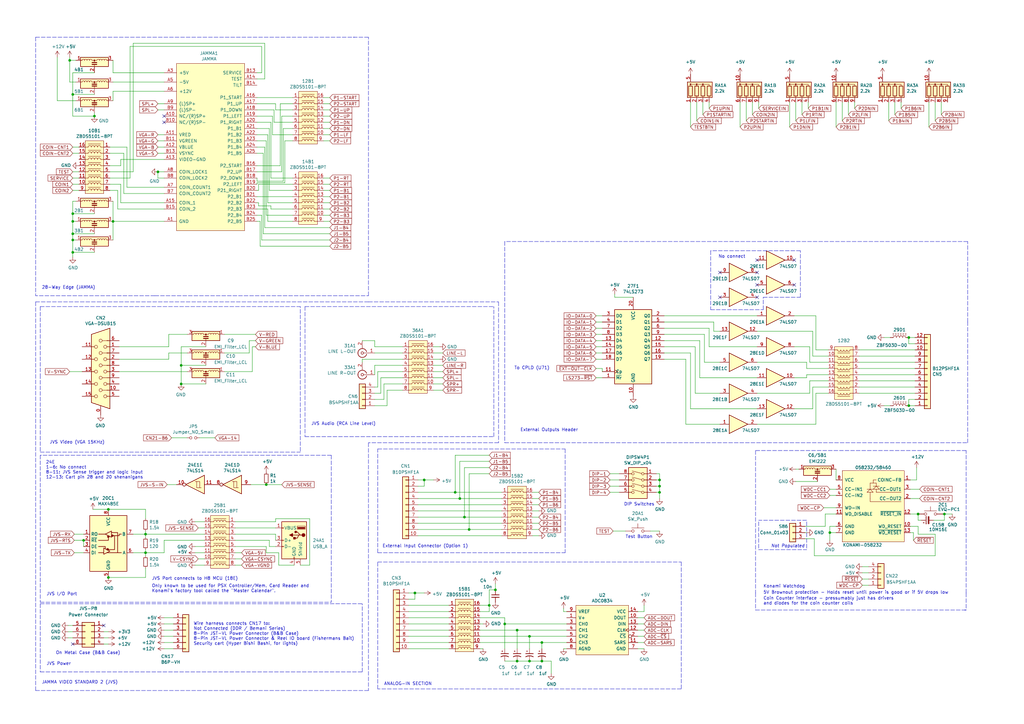
<source format=kicad_sch>
(kicad_sch (version 20211123) (generator eeschema)
  (paper "A3")
  (junction (at 376.555 210.82))
  (junction (at 212.09 271.145))
  (junction (at 192.405 217.17))
  (junction (at 29.845 38.735))
  (junction (at 74.295 149.86))
  (junction (at 29.845 103.505))
  (junction (at 64.77 70.485))
  (junction (at 340.36 218.44))
  (junction (at 186.69 201.93))
  (junction (at 74.295 157.48))
  (junction (at 46.355 90.805))
  (junction (at 200.66 248.285))
  (junction (at 29.845 90.805))
  (junction (at 59.69 219.075))
  (junction (at 38.735 47.625))
  (junction (at 270.51 196.85))
  (junction (at 270.51 199.39))
  (junction (at 109.22 198.755))
  (junction (at 207.01 255.905))
  (junction (at 387.35 210.82))
  (junction (at 190.5 212.09))
  (junction (at 28.575 24.765))
  (junction (at 34.29 221.615))
  (junction (at 59.69 226.695))
  (junction (at 217.17 271.145))
  (junction (at 188.595 204.47))
  (junction (at 372.745 138.43))
  (junction (at 372.745 166.37))
  (junction (at 29.845 98.425))
  (junction (at 222.25 263.525))
  (junction (at 29.845 87.63))
  (junction (at 217.17 260.985))
  (junction (at 270.51 201.93))
  (junction (at 170.18 243.205))
  (junction (at 44.45 236.855))
  (junction (at 222.25 271.145))
  (junction (at 29.845 95.885))
  (junction (at 212.09 258.445))
  (junction (at 203.2 241.935))
  (junction (at 44.45 208.915))
  (junction (at 173.99 196.85))
  (no_connect (at 67.31 50.165))
  (no_connect (at 310.515 116.84))
  (no_connect (at 67.31 47.625))
  (no_connect (at 295.275 111.76))
  (no_connect (at 310.515 111.76))
  (no_connect (at 310.515 106.68))
  (no_connect (at 295.275 121.92))
  (no_connect (at 310.515 121.92))
  (no_connect (at 325.755 116.84))
  (no_connect (at 29.845 264.16))
  (no_connect (at 325.755 106.68))
  (no_connect (at 42.545 256.54))
  (wire (pts (xy 217.17 260.985) (xy 217.17 266.065)))
  (polyline (pts (xy 311.15 225.425) (xy 330.835 225.425)))
  (wire (pts (xy 110.49 221.615) (xy 110.49 224.155)))
  (wire (pts (xy 269.24 199.39) (xy 270.51 199.39)))
  (wire (pts (xy 264.16 253.365) (xy 261.62 253.365)))
  (polyline (pts (xy 63.5 121.285) (xy 151.13 121.285)))
  (wire (pts (xy 342.9 215.9) (xy 340.36 215.9)))
  (wire (pts (xy 200.66 250.825) (xy 200.66 248.285)))
  (polyline (pts (xy 16.51 247.015) (xy 135.89 247.015)))
  (wire (pts (xy 285.75 49.53) (xy 285.75 41.91)))
  (wire (pts (xy 110.49 52.705) (xy 110.49 78.105)))
  (wire (pts (xy 167.64 266.065) (xy 184.15 266.065)))
  (wire (pts (xy 110.49 78.105) (xy 120.015 78.105)))
  (wire (pts (xy 111.125 50.165) (xy 111.125 73.025)))
  (polyline (pts (xy 14.605 123.825) (xy 14.605 283.21)))
  (wire (pts (xy 109.855 85.725) (xy 109.855 90.805)))
  (wire (pts (xy 44.45 208.915) (xy 59.69 208.915)))
  (wire (pts (xy 220.98 214.63) (xy 218.44 214.63)))
  (polyline (pts (xy 328.295 102.87) (xy 291.465 102.87)))
  (wire (pts (xy 153.67 142.24) (xy 165.1 142.24)))
  (polyline (pts (xy 396.24 250.19) (xy 395.605 250.19)))
  (wire (pts (xy 32.385 70.485) (xy 29.845 70.485)))
  (wire (pts (xy 270.51 201.93) (xy 270.51 204.47)))
  (wire (pts (xy 115.57 47.625) (xy 120.015 47.625)))
  (wire (pts (xy 115.57 70.485) (xy 115.57 47.625)))
  (wire (pts (xy 34.29 221.615) (xy 30.48 221.615)))
  (wire (pts (xy 330.835 151.13) (xy 339.725 151.13)))
  (wire (pts (xy 105.41 73.025) (xy 105.41 74.295)))
  (wire (pts (xy 198.12 266.065) (xy 196.85 266.065)))
  (polyline (pts (xy 16.51 125.73) (xy 16.51 153.67)))
  (wire (pts (xy 352.425 158.75) (xy 375.285 158.75)))
  (wire (pts (xy 339.725 156.21) (xy 332.105 156.21)))
  (wire (pts (xy 127 231.775) (xy 123.19 231.775)))
  (wire (pts (xy 29.845 98.425) (xy 31.115 98.425)))
  (wire (pts (xy 158.75 160.02) (xy 158.75 166.37)))
  (polyline (pts (xy 279.4 230.505) (xy 279.4 282.575)))
  (polyline (pts (xy 16.51 247.65) (xy 16.51 275.59)))
  (wire (pts (xy 232.41 260.985) (xy 217.17 260.985)))
  (wire (pts (xy 220.98 204.47) (xy 218.44 204.47)))
  (wire (pts (xy 372.745 163.83) (xy 372.745 166.37)))
  (wire (pts (xy 67.31 221.615) (xy 67.31 226.695)))
  (wire (pts (xy 374.65 218.44) (xy 374.65 221.615)))
  (wire (pts (xy 80.01 224.155) (xy 83.82 224.155)))
  (wire (pts (xy 167.64 250.825) (xy 184.15 250.825)))
  (wire (pts (xy 96.52 219.075) (xy 113.03 219.075)))
  (wire (pts (xy 105.41 80.645) (xy 120.015 80.645)))
  (wire (pts (xy 29.845 90.805) (xy 31.115 90.805)))
  (wire (pts (xy 53.34 19.05) (xy 107.315 19.05)))
  (polyline (pts (xy 154.94 230.505) (xy 279.4 230.505)))
  (wire (pts (xy 114.3 226.695) (xy 114.3 231.775)))
  (wire (pts (xy 353.695 234.95) (xy 356.235 234.95)))
  (wire (pts (xy 196.85 263.525) (xy 222.25 263.525)))
  (wire (pts (xy 132.715 78.105) (xy 135.255 78.105)))
  (polyline (pts (xy 151.13 283.21) (xy 14.605 283.21)))
  (wire (pts (xy 104.775 137.16) (xy 92.075 137.16)))
  (polyline (pts (xy 396.875 132.08) (xy 396.875 99.06)))
  (wire (pts (xy 107.95 95.885) (xy 107.95 62.865)))
  (wire (pts (xy 192.405 194.31) (xy 192.405 217.17)))
  (wire (pts (xy 373.38 215.9) (xy 376.555 215.9)))
  (polyline (pts (xy 396.24 184.785) (xy 309.88 184.785)))
  (wire (pts (xy 105.41 78.105) (xy 106.045 78.105)))
  (wire (pts (xy 310.515 173.99) (xy 334.645 173.99)))
  (wire (pts (xy 252.095 121.92) (xy 252.095 120.65)))
  (wire (pts (xy 220.98 219.71) (xy 218.44 219.71)))
  (wire (pts (xy 69.215 144.78) (xy 76.835 144.78)))
  (wire (pts (xy 29.845 38.735) (xy 38.735 38.735)))
  (wire (pts (xy 105.41 42.545) (xy 113.03 42.545)))
  (wire (pts (xy 46.355 33.655) (xy 67.31 33.655)))
  (polyline (pts (xy 151.13 15.24) (xy 144.78 15.24)))
  (wire (pts (xy 132.715 50.165) (xy 135.255 50.165)))
  (wire (pts (xy 250.19 194.31) (xy 254 194.31)))
  (wire (pts (xy 171.45 207.01) (xy 205.74 207.01)))
  (wire (pts (xy 38.735 87.63) (xy 29.845 87.63)))
  (wire (pts (xy 109.22 224.155) (xy 109.22 226.695)))
  (wire (pts (xy 325.755 154.94) (xy 330.835 154.94)))
  (wire (pts (xy 132.715 47.625) (xy 135.255 47.625)))
  (wire (pts (xy 83.82 226.695) (xy 80.01 226.695)))
  (wire (pts (xy 332.105 148.59) (xy 332.105 142.24)))
  (wire (pts (xy 177.8 196.85) (xy 173.99 196.85)))
  (wire (pts (xy 29.845 87.63) (xy 29.845 90.805)))
  (polyline (pts (xy 16.51 186.69) (xy 16.51 247.015)))
  (wire (pts (xy 114.3 231.775) (xy 120.65 231.775)))
  (wire (pts (xy 27.94 256.54) (xy 29.845 256.54)))
  (wire (pts (xy 105.41 47.625) (xy 111.76 47.625)))
  (wire (pts (xy 387.35 210.82) (xy 390.525 210.82)))
  (wire (pts (xy 105.41 45.085) (xy 112.395 45.085)))
  (wire (pts (xy 30.48 219.075) (xy 34.29 219.075)))
  (wire (pts (xy 326.39 192.405) (xy 327.66 192.405)))
  (wire (pts (xy 383.54 219.075) (xy 383.54 227.965)))
  (wire (pts (xy 54.61 70.485) (xy 54.61 17.78)))
  (polyline (pts (xy 330.835 213.995) (xy 330.835 225.425)))
  (wire (pts (xy 132.715 45.085) (xy 135.255 45.085)))
  (wire (pts (xy 171.45 217.17) (xy 192.405 217.17)))
  (wire (pts (xy 188.595 189.23) (xy 188.595 204.47)))
  (wire (pts (xy 170.18 243.205) (xy 170.18 245.745)))
  (wire (pts (xy 153.67 153.67) (xy 153.67 149.86)))
  (polyline (pts (xy 125.095 179.07) (xy 202.565 179.07)))
  (wire (pts (xy 376.555 210.82) (xy 376.555 213.36)))
  (wire (pts (xy 171.45 204.47) (xy 188.595 204.47)))
  (wire (pts (xy 105.41 75.565) (xy 105.41 74.93)))
  (wire (pts (xy 107.315 29.845) (xy 105.41 29.845)))
  (wire (pts (xy 339.725 148.59) (xy 332.105 148.59)))
  (wire (pts (xy 186.69 186.69) (xy 186.69 201.93)))
  (wire (pts (xy 288.925 137.16) (xy 288.925 148.59)))
  (wire (pts (xy 67.31 45.085) (xy 64.77 45.085)))
  (wire (pts (xy 167.64 260.985) (xy 184.15 260.985)))
  (wire (pts (xy 48.895 142.24) (xy 69.215 142.24)))
  (wire (pts (xy 52.07 76.835) (xy 67.31 76.835)))
  (wire (pts (xy 196.85 248.285) (xy 200.66 248.285)))
  (wire (pts (xy 373.38 200.66) (xy 377.19 200.66)))
  (wire (pts (xy 103.505 152.4) (xy 103.505 142.24)))
  (wire (pts (xy 44.45 236.855) (xy 59.69 236.855)))
  (wire (pts (xy 165.1 144.78) (xy 153.67 144.78)))
  (polyline (pts (xy 148.59 275.59) (xy 148.59 247.65)))
  (wire (pts (xy 347.98 46.99) (xy 347.98 41.91)))
  (wire (pts (xy 105.41 57.785) (xy 109.22 57.785)))
  (wire (pts (xy 287.02 139.7) (xy 287.02 154.94)))
  (wire (pts (xy 353.695 240.03) (xy 356.235 240.03)))
  (wire (pts (xy 59.69 220.345) (xy 59.69 219.075)))
  (wire (pts (xy 165.1 157.48) (xy 157.48 157.48)))
  (wire (pts (xy 104.775 139.7) (xy 102.235 139.7)))
  (wire (pts (xy 252.095 121.92) (xy 259.715 121.92)))
  (wire (pts (xy 108.585 93.345) (xy 108.585 60.325)))
  (polyline (pts (xy 14.605 123.825) (xy 151.13 123.825)))
  (wire (pts (xy 217.17 271.145) (xy 222.25 271.145)))
  (wire (pts (xy 196.85 258.445) (xy 212.09 258.445)))
  (wire (pts (xy 107.315 98.425) (xy 107.315 88.265)))
  (wire (pts (xy 135.255 80.645) (xy 132.715 80.645)))
  (wire (pts (xy 207.01 253.365) (xy 207.01 255.905)))
  (wire (pts (xy 342.9 218.44) (xy 340.36 218.44)))
  (wire (pts (xy 283.21 144.78) (xy 283.21 167.64)))
  (wire (pts (xy 70.358 179.578) (xy 76.708 179.578)))
  (wire (pts (xy 67.31 57.785) (xy 64.77 57.785)))
  (wire (pts (xy 338.455 215.9) (xy 338.455 210.82)))
  (wire (pts (xy 333.375 146.05) (xy 333.375 135.89)))
  (wire (pts (xy 212.09 258.445) (xy 232.41 258.445)))
  (polyline (pts (xy 291.465 127) (xy 313.055 127)))
  (polyline (pts (xy 309.88 184.785) (xy 309.88 243.205)))
  (wire (pts (xy 29.845 82.55) (xy 29.845 87.63)))
  (wire (pts (xy 167.64 243.205) (xy 170.18 243.205)))
  (wire (pts (xy 170.18 245.745) (xy 167.64 245.745)))
  (wire (pts (xy 377.19 204.47) (xy 373.38 204.47)))
  (wire (pts (xy 342.9 52.07) (xy 342.9 41.91)))
  (wire (pts (xy 132.715 73.025) (xy 135.255 73.025)))
  (wire (pts (xy 181.61 160.02) (xy 177.8 160.02)))
  (polyline (pts (xy 313.055 121.92) (xy 328.295 121.92)))
  (wire (pts (xy 44.45 208.915) (xy 38.1 208.915)))
  (wire (pts (xy 188.595 189.23) (xy 200.66 189.23)))
  (wire (pts (xy 254 196.85) (xy 250.19 196.85)))
  (wire (pts (xy 109.22 88.265) (xy 120.015 88.265)))
  (wire (pts (xy 285.115 161.29) (xy 295.275 161.29)))
  (wire (pts (xy 196.85 250.825) (xy 200.66 250.825)))
  (wire (pts (xy 132.715 55.245) (xy 135.255 55.245)))
  (wire (pts (xy 270.51 199.39) (xy 270.51 201.93)))
  (wire (pts (xy 92.075 152.4) (xy 103.505 152.4)))
  (wire (pts (xy 115.57 198.755) (xy 109.22 198.755)))
  (wire (pts (xy 116.205 74.295) (xy 116.205 52.705)))
  (wire (pts (xy 67.31 62.865) (xy 64.77 62.865)))
  (wire (pts (xy 29.845 60.325) (xy 32.385 60.325)))
  (wire (pts (xy 83.82 216.535) (xy 81.28 216.535)))
  (wire (pts (xy 288.29 46.99) (xy 288.29 41.91)))
  (wire (pts (xy 28.575 152.4) (xy 33.655 152.4)))
  (wire (pts (xy 135.255 75.565) (xy 132.715 75.565)))
  (wire (pts (xy 231.14 250.825) (xy 231.14 249.555)))
  (polyline (pts (xy 125.095 125.73) (xy 125.095 179.07)))
  (wire (pts (xy 64.77 73.025) (xy 64.77 70.485)))
  (polyline (pts (xy 63.5 121.285) (xy 14.605 121.285)))
  (wire (pts (xy 203.2 239.395) (xy 203.2 241.935)))
  (wire (pts (xy 42.545 261.62) (xy 44.45 261.62)))
  (wire (pts (xy 310.515 148.59) (xy 330.835 148.59)))
  (polyline (pts (xy 151.13 121.285) (xy 151.13 15.24)))
  (wire (pts (xy 114.935 42.545) (xy 120.015 42.545)))
  (wire (pts (xy 96.52 221.615) (xy 110.49 221.615)))
  (wire (pts (xy 364.49 41.91) (xy 364.49 49.53)))
  (wire (pts (xy 352.425 151.13) (xy 375.285 151.13)))
  (polyline (pts (xy 291.465 102.87) (xy 291.465 127)))
  (wire (pts (xy 83.82 221.615) (xy 67.31 221.615)))
  (wire (pts (xy 32.385 75.565) (xy 29.845 75.565)))
  (polyline (pts (xy 279.4 282.575) (xy 154.94 282.575)))
  (wire (pts (xy 290.83 134.62) (xy 290.83 142.24)))
  (wire (pts (xy 325.755 142.24) (xy 332.105 142.24)))
  (wire (pts (xy 69.215 137.16) (xy 76.835 137.16)))
  (wire (pts (xy 352.425 143.51) (xy 375.285 143.51)))
  (wire (pts (xy 52.07 60.325) (xy 52.07 76.835)))
  (wire (pts (xy 48.26 78.105) (xy 45.085 78.105)))
  (wire (pts (xy 330.2 218.44) (xy 330.835 218.44)))
  (wire (pts (xy 339.725 158.75) (xy 333.375 158.75)))
  (wire (pts (xy 232.41 250.825) (xy 231.14 250.825)))
  (wire (pts (xy 375.285 138.43) (xy 372.745 138.43)))
  (wire (pts (xy 372.745 140.97) (xy 372.745 138.43)))
  (wire (pts (xy 200.66 194.31) (xy 192.405 194.31)))
  (wire (pts (xy 49.53 83.185) (xy 67.31 83.185)))
  (wire (pts (xy 269.24 196.85) (xy 270.51 196.85)))
  (wire (pts (xy 200.66 241.935) (xy 203.2 241.935)))
  (wire (pts (xy 352.425 148.59) (xy 375.285 148.59)))
  (wire (pts (xy 254 201.93) (xy 250.19 201.93)))
  (wire (pts (xy 54.61 17.78) (xy 108.585 17.78)))
  (wire (pts (xy 111.125 84.455) (xy 111.125 85.725)))
  (wire (pts (xy 48.895 152.4) (xy 76.835 152.4)))
  (wire (pts (xy 135.255 85.725) (xy 132.715 85.725)))
  (wire (pts (xy 269.24 194.31) (xy 270.51 194.31)))
  (wire (pts (xy 108.585 32.385) (xy 105.41 32.385)))
  (wire (pts (xy 171.45 209.55) (xy 205.74 209.55)))
  (wire (pts (xy 132.715 57.785) (xy 135.255 57.785)))
  (wire (pts (xy 367.03 41.91) (xy 367.03 46.99)))
  (wire (pts (xy 342.9 203.2) (xy 340.36 203.2)))
  (wire (pts (xy 154.94 152.4) (xy 154.94 158.75)))
  (wire (pts (xy 83.82 213.995) (xy 80.01 213.995)))
  (wire (pts (xy 303.53 41.91) (xy 303.53 52.07)))
  (wire (pts (xy 45.085 62.865) (xy 50.8 62.865)))
  (polyline (pts (xy 330.835 213.36) (xy 311.15 213.36)))
  (wire (pts (xy 106.045 84.455) (xy 106.045 83.185)))
  (wire (pts (xy 38.735 95.885) (xy 29.845 95.885)))
  (wire (pts (xy 269.24 201.93) (xy 270.51 201.93)))
  (wire (pts (xy 165.1 154.94) (xy 156.21 154.94)))
  (wire (pts (xy 156.21 161.29) (xy 153.67 161.29)))
  (wire (pts (xy 46.355 29.845) (xy 67.31 29.845)))
  (wire (pts (xy 325.755 129.54) (xy 334.645 129.54)))
  (polyline (pts (xy 14.605 15.24) (xy 14.605 121.285)))
  (wire (pts (xy 167.64 263.525) (xy 184.15 263.525)))
  (wire (pts (xy 250.19 199.39) (xy 254 199.39)))
  (wire (pts (xy 120.015 57.785) (xy 116.84 57.785)))
  (wire (pts (xy 105.41 67.945) (xy 114.935 67.945)))
  (wire (pts (xy 83.82 229.235) (xy 81.28 229.235)))
  (wire (pts (xy 132.715 88.265) (xy 135.255 88.265)))
  (wire (pts (xy 102.235 144.78) (xy 92.075 144.78)))
  (wire (pts (xy 30.48 226.695) (xy 34.29 226.695)))
  (wire (pts (xy 153.67 139.7) (xy 153.67 142.24)))
  (wire (pts (xy 171.45 196.85) (xy 173.99 196.85)))
  (wire (pts (xy 306.07 49.53) (xy 306.07 41.91)))
  (wire (pts (xy 80.01 231.775) (xy 83.82 231.775)))
  (wire (pts (xy 45.085 67.945) (xy 49.53 67.945)))
  (wire (pts (xy 212.09 271.145) (xy 217.17 271.145)))
  (wire (pts (xy 105.41 55.245) (xy 109.855 55.245)))
  (wire (pts (xy 102.235 144.78) (xy 102.235 139.7)))
  (wire (pts (xy 173.99 196.85) (xy 173.99 199.39)))
  (wire (pts (xy 105.41 40.005) (xy 120.015 40.005)))
  (wire (pts (xy 328.93 41.91) (xy 328.93 46.99)))
  (wire (pts (xy 244.475 137.16) (xy 247.015 137.16)))
  (wire (pts (xy 244.475 142.24) (xy 247.015 142.24)))
  (wire (pts (xy 148.59 139.7) (xy 153.67 139.7)))
  (wire (pts (xy 74.295 149.86) (xy 74.295 157.48)))
  (wire (pts (xy 171.45 214.63) (xy 205.74 214.63)))
  (wire (pts (xy 49.53 75.565) (xy 45.085 75.565)))
  (wire (pts (xy 111.125 73.025) (xy 120.015 73.025)))
  (wire (pts (xy 290.83 44.45) (xy 290.83 41.91)))
  (polyline (pts (xy 16.51 185.42) (xy 123.19 185.42)))
  (wire (pts (xy 375.92 191.77) (xy 375.92 196.85)))
  (wire (pts (xy 105.41 52.705) (xy 110.49 52.705)))
  (wire (pts (xy 272.415 129.54) (xy 310.515 129.54)))
  (wire (pts (xy 116.84 74.93) (xy 116.84 57.785)))
  (polyline (pts (xy 207.01 99.06) (xy 207.01 181.61)))
  (wire (pts (xy 67.31 55.245) (xy 64.77 55.245)))
  (wire (pts (xy 171.45 212.09) (xy 190.5 212.09)))
  (wire (pts (xy 264.16 266.065) (xy 261.62 266.065)))
  (wire (pts (xy 292.735 135.89) (xy 295.275 135.89)))
  (wire (pts (xy 96.52 224.155) (xy 109.22 224.155)))
  (wire (pts (xy 50.8 62.865) (xy 50.8 79.375)))
  (wire (pts (xy 186.69 201.93) (xy 205.74 201.93)))
  (wire (pts (xy 326.39 41.91) (xy 326.39 49.53)))
  (wire (pts (xy 156.21 154.94) (xy 156.21 161.29)))
  (polyline (pts (xy 154.94 184.15) (xy 231.775 184.15)))
  (wire (pts (xy 244.475 129.54) (xy 247.015 129.54)))
  (wire (pts (xy 287.02 154.94) (xy 310.515 154.94)))
  (wire (pts (xy 49.53 83.185) (xy 49.53 75.565)))
  (wire (pts (xy 173.99 243.205) (xy 170.18 243.205)))
  (wire (pts (xy 218.44 217.17) (xy 220.98 217.17)))
  (wire (pts (xy 106.68 100.965) (xy 106.68 90.805)))
  (polyline (pts (xy 396.24 243.205) (xy 396.24 184.785)))
  (wire (pts (xy 340.36 200.66) (xy 342.9 200.66)))
  (wire (pts (xy 28.575 23.495) (xy 28.575 24.765)))
  (wire (pts (xy 72.39 198.755) (xy 68.58 198.755)))
  (wire (pts (xy 375.285 163.83) (xy 372.745 163.83)))
  (wire (pts (xy 135.255 52.705) (xy 132.715 52.705)))
  (wire (pts (xy 375.285 140.97) (xy 372.745 140.97)))
  (polyline (pts (xy 16.51 247.65) (xy 148.59 247.65)))
  (wire (pts (xy 105.41 74.295) (xy 116.205 74.295)))
  (wire (pts (xy 283.21 41.91) (xy 283.21 52.07)))
  (wire (pts (xy 106.045 84.455) (xy 111.125 84.455)))
  (wire (pts (xy 111.76 47.625) (xy 111.76 55.245)))
  (polyline (pts (xy 16.51 275.59) (xy 148.59 275.59)))
  (wire (pts (xy 113.03 212.725) (xy 127 212.725)))
  (wire (pts (xy 192.405 217.17) (xy 205.74 217.17)))
  (wire (pts (xy 109.855 55.245) (xy 109.855 83.185)))
  (wire (pts (xy 330.835 151.13) (xy 330.835 148.59)))
  (wire (pts (xy 23.495 23.495) (xy 23.495 41.275)))
  (wire (pts (xy 244.475 154.94) (xy 247.015 154.94)))
  (wire (pts (xy 28.575 24.765) (xy 31.115 24.765)))
  (polyline (pts (xy 204.47 123.825) (xy 204.47 181.61)))
  (wire (pts (xy 270.51 217.805) (xy 266.7 217.805)))
  (wire (pts (xy 272.415 137.16) (xy 288.925 137.16)))
  (wire (pts (xy 46.355 90.805) (xy 46.355 98.425)))
  (polyline (pts (xy 135.89 186.69) (xy 16.51 186.69)))
  (wire (pts (xy 114.935 67.945) (xy 114.935 42.545)))
  (wire (pts (xy 180.34 142.24) (xy 177.8 142.24)))
  (wire (pts (xy 288.925 148.59) (xy 295.275 148.59)))
  (polyline (pts (xy 204.47 181.61) (xy 151.13 181.61)))
  (wire (pts (xy 64.77 70.485) (xy 67.31 70.485)))
  (wire (pts (xy 29.845 95.885) (xy 29.845 98.425)))
  (wire (pts (xy 339.725 161.29) (xy 334.645 161.29)))
  (wire (pts (xy 180.34 147.32) (xy 177.8 147.32)))
  (wire (pts (xy 334.645 161.29) (xy 334.645 173.99)))
  (wire (pts (xy 46.355 24.765) (xy 46.355 29.845)))
  (wire (pts (xy 105.41 88.265) (xy 107.315 88.265)))
  (wire (pts (xy 171.45 219.71) (xy 205.74 219.71)))
  (wire (pts (xy 71.12 260.985) (xy 67.31 260.985)))
  (wire (pts (xy 59.69 226.695) (xy 59.69 225.425)))
  (wire (pts (xy 310.515 161.29) (xy 332.105 161.29)))
  (wire (pts (xy 84.455 149.86) (xy 74.295 149.86)))
  (wire (pts (xy 339.725 143.51) (xy 334.645 143.51)))
  (wire (pts (xy 49.53 65.405) (xy 49.53 67.945)))
  (wire (pts (xy 196.85 253.365) (xy 207.01 253.365)))
  (wire (pts (xy 29.845 38.735) (xy 29.845 47.625)))
  (wire (pts (xy 38.735 46.355) (xy 38.735 47.625)))
  (wire (pts (xy 132.715 40.005) (xy 135.255 40.005)))
  (wire (pts (xy 31.115 82.55) (xy 29.845 82.55)))
  (wire (pts (xy 48.26 78.105) (xy 48.26 85.725)))
  (wire (pts (xy 339.725 153.67) (xy 330.835 153.67)))
  (wire (pts (xy 376.555 213.36) (xy 377.825 213.36)))
  (polyline (pts (xy 396.24 243.205) (xy 396.24 250.19)))
  (wire (pts (xy 96.52 226.695) (xy 99.06 226.695)))
  (wire (pts (xy 135.255 98.425) (xy 107.315 98.425)))
  (wire (pts (xy 244.475 151.13) (xy 247.015 151.13)))
  (wire (pts (xy 362.585 138.43) (xy 365.125 138.43)))
  (wire (pts (xy 261.62 258.445) (xy 264.16 258.445)))
  (wire (pts (xy 74.295 142.24) (xy 74.295 149.86)))
  (wire (pts (xy 45.085 73.025) (xy 53.34 73.025)))
  (polyline (pts (xy 154.94 226.695) (xy 154.94 184.15)))
  (wire (pts (xy 29.845 98.425) (xy 29.845 103.505)))
  (wire (pts (xy 116.205 52.705) (xy 120.015 52.705)))
  (polyline (pts (xy 16.51 125.73) (xy 123.19 125.73)))
  (wire (pts (xy 54.61 219.075) (xy 59.69 219.075)))
  (wire (pts (xy 46.355 82.55) (xy 46.355 90.805)))
  (wire (pts (xy 290.83 142.24) (xy 310.515 142.24)))
  (wire (pts (xy 207.01 271.145) (xy 212.09 271.145)))
  (wire (pts (xy 69.215 142.24) (xy 69.215 137.16)))
  (polyline (pts (xy 309.88 250.19) (xy 396.24 250.19)))
  (wire (pts (xy 153.67 149.86) (xy 165.1 149.86)))
  (polyline (pts (xy 123.19 153.67) (xy 123.19 125.73)))
  (wire (pts (xy 108.585 17.78) (xy 108.585 32.385)))
  (wire (pts (xy 386.08 46.99) (xy 386.08 41.91)))
  (wire (pts (xy 96.52 216.535) (xy 113.03 216.535)))
  (wire (pts (xy 350.52 44.45) (xy 350.52 41.91)))
  (polyline (pts (xy 151.13 123.825) (xy 204.47 123.825)))
  (wire (pts (xy 264.16 250.825) (xy 264.16 248.285)))
  (wire (pts (xy 135.255 42.545) (xy 132.715 42.545)))
  (wire (pts (xy 387.35 210.82) (xy 387.35 213.36)))
  (wire (pts (xy 207.01 266.065) (xy 207.01 255.905)))
  (wire (pts (xy 310.515 135.89) (xy 333.375 135.89)))
  (wire (pts (xy 311.15 44.45) (xy 311.15 41.91)))
  (wire (pts (xy 218.44 207.01) (xy 220.98 207.01)))
  (wire (pts (xy 281.305 173.99) (xy 281.305 147.32)))
  (wire (pts (xy 261.62 250.825) (xy 264.16 250.825)))
  (polyline (pts (xy 396.875 181.61) (xy 396.875 132.08)))
  (wire (pts (xy 330.2 220.98) (xy 334.01 220.98)))
  (wire (pts (xy 106.68 90.805) (xy 105.41 90.805)))
  (wire (pts (xy 272.415 144.78) (xy 283.21 144.78)))
  (wire (pts (xy 281.305 173.99) (xy 295.275 173.99)))
  (polyline (pts (xy 207.01 181.61) (xy 273.685 181.61)))
  (wire (pts (xy 34.29 224.155) (xy 34.29 221.615)))
  (wire (pts (xy 29.845 103.505) (xy 29.845 105.41)))
  (wire (pts (xy 244.475 134.62) (xy 247.015 134.62)))
  (wire (pts (xy 373.38 196.85) (xy 375.92 196.85)))
  (wire (pts (xy 127 212.725) (xy 127 231.775)))
  (polyline (pts (xy 273.685 181.61) (xy 396.875 181.61)))
  (wire (pts (xy 382.905 213.36) (xy 387.35 213.36)))
  (wire (pts (xy 212.09 266.065) (xy 212.09 258.445)))
  (wire (pts (xy 67.31 60.325) (xy 64.77 60.325)))
  (wire (pts (xy 232.41 266.065) (xy 231.14 266.065)))
  (wire (pts (xy 334.645 143.51) (xy 334.645 129.54)))
  (wire (pts (xy 345.44 49.53) (xy 345.44 41.91)))
  (wire (pts (xy 222.25 263.525) (xy 232.41 263.525)))
  (wire (pts (xy 247.015 151.13) (xy 247.015 152.4)))
  (wire (pts (xy 110.49 224.155) (xy 113.03 224.155)))
  (wire (pts (xy 167.64 253.365) (xy 184.15 253.365)))
  (wire (pts (xy 29.845 90.805) (xy 29.845 95.885)))
  (wire (pts (xy 375.285 166.37) (xy 372.745 166.37)))
  (wire (pts (xy 157.48 163.83) (xy 153.67 163.83)))
  (wire (pts (xy 49.53 65.405) (xy 67.31 65.405)))
  (wire (pts (xy 272.415 147.32) (xy 281.305 147.32)))
  (wire (pts (xy 42.545 264.16) (xy 44.45 264.16)))
  (wire (pts (xy 135.255 93.345) (xy 108.585 93.345)))
  (wire (pts (xy 69.215 147.32) (xy 69.215 144.78)))
  (polyline (pts (xy 328.295 121.92) (xy 328.295 102.87)))
  (wire (pts (xy 181.61 154.94) (xy 177.8 154.94)))
  (wire (pts (xy 373.38 210.82) (xy 376.555 210.82)))
  (wire (pts (xy 165.1 147.32) (xy 148.59 147.32)))
  (wire (pts (xy 135.255 90.805) (xy 132.715 90.805)))
  (wire (pts (xy 264.16 255.905) (xy 261.62 255.905)))
  (wire (pts (xy 270.51 196.85) (xy 270.51 199.39)))
  (wire (pts (xy 244.475 139.7) (xy 247.015 139.7)))
  (wire (pts (xy 105.41 70.485) (xy 115.57 70.485)))
  (wire (pts (xy 244.475 147.32) (xy 247.015 147.32)))
  (wire (pts (xy 165.1 152.4) (xy 154.94 152.4)))
  (wire (pts (xy 226.06 271.145) (xy 226.06 276.225)))
  (wire (pts (xy 331.47 41.91) (xy 331.47 44.45)))
  (wire (pts (xy 71.12 255.905) (xy 67.31 255.905)))
  (wire (pts (xy 96.52 231.775) (xy 99.06 231.775)))
  (wire (pts (xy 383.54 49.53) (xy 383.54 41.91)))
  (polyline (pts (xy 16.51 153.67) (xy 16.51 185.42)))
  (wire (pts (xy 27.94 259.08) (xy 29.845 259.08)))
  (wire (pts (xy 270.51 194.31) (xy 270.51 196.85)))
  (wire (pts (xy 59.69 219.075) (xy 59.69 217.805)))
  (wire (pts (xy 177.8 144.78) (xy 181.61 144.78)))
  (wire (pts (xy 222.25 263.525) (xy 222.25 266.065)))
  (wire (pts (xy 113.03 213.995) (xy 113.03 212.725)))
  (wire (pts (xy 105.41 62.865) (xy 107.95 62.865)))
  (wire (pts (xy 42.545 259.08) (xy 44.45 259.08)))
  (wire (pts (xy 23.495 41.275) (xy 31.115 41.275)))
  (wire (pts (xy 333.375 158.75) (xy 333.375 167.64)))
  (polyline (pts (xy 151.13 181.61) (xy 151.13 283.21)))
  (wire (pts (xy 96.52 213.995) (xy 113.03 213.995)))
  (wire (pts (xy 244.475 144.78) (xy 247.015 144.78)))
  (wire (pts (xy 67.31 263.525) (xy 71.12 263.525)))
  (wire (pts (xy 272.415 139.7) (xy 287.02 139.7)))
  (wire (pts (xy 220.98 209.55) (xy 218.44 209.55)))
  (wire (pts (xy 352.425 161.29) (xy 375.285 161.29)))
  (wire (pts (xy 38.735 29.845) (xy 29.845 29.845)))
  (wire (pts (xy 29.845 73.025) (xy 32.385 73.025)))
  (wire (pts (xy 135.255 95.885) (xy 107.95 95.885)))
  (wire (pts (xy 29.845 62.865) (xy 32.385 62.865)))
  (wire (pts (xy 376.555 215.9) (xy 376.555 219.075)))
  (wire (pts (xy 381 52.07) (xy 381 41.91)))
  (wire (pts (xy 59.69 236.855) (xy 59.69 233.045)))
  (wire (pts (xy 111.125 85.725) (xy 120.015 85.725)))
  (polyline (pts (xy 123.19 153.67) (xy 123.19 185.42)))
  (wire (pts (xy 71.12 266.065) (xy 67.31 266.065)))
  (wire (pts (xy 177.8 157.48) (xy 181.61 157.48)))
  (wire (pts (xy 109.855 90.805) (xy 120.015 90.805)))
  (wire (pts (xy 190.5 212.09) (xy 205.74 212.09)))
  (wire (pts (xy 362.585 166.37) (xy 365.125 166.37)))
  (wire (pts (xy 59.69 219.075) (xy 83.82 219.075)))
  (wire (pts (xy 112.395 45.085) (xy 112.395 50.165)))
  (wire (pts (xy 38.735 103.505) (xy 29.845 103.505)))
  (wire (pts (xy 105.41 50.165) (xy 111.125 50.165)))
  (wire (pts (xy 113.03 219.075) (xy 113.03 221.615)))
  (wire (pts (xy 59.69 226.695) (xy 59.69 227.965)))
  (wire (pts (xy 106.045 75.565) (xy 120.015 75.565)))
  (wire (pts (xy 325.755 167.64) (xy 333.375 167.64)))
  (wire (pts (xy 132.715 83.185) (xy 135.255 83.185)))
  (wire (pts (xy 67.31 258.445) (xy 71.12 258.445)))
  (wire (pts (xy 186.69 186.69) (xy 200.66 186.69)))
  (wire (pts (xy 181.61 149.86) (xy 177.8 149.86)))
  (wire (pts (xy 272.415 132.08) (xy 292.735 132.08)))
  (wire (pts (xy 67.31 42.545) (xy 64.77 42.545)))
  (wire (pts (xy 356.235 232.41) (xy 353.695 232.41)))
  (wire (pts (xy 105.41 74.93) (xy 116.84 74.93)))
  (wire (pts (xy 167.64 248.285) (xy 184.15 248.285)))
  (wire (pts (xy 386.715 210.82) (xy 387.35 210.82)))
  (wire (pts (xy 330.835 153.67) (xy 330.835 154.94)))
  (wire (pts (xy 53.34 73.025) (xy 53.34 19.05)))
  (wire (pts (xy 342.9 192.405) (xy 342.9 196.85)))
  (wire (pts (xy 48.26 85.725) (xy 67.31 85.725)))
  (wire (pts (xy 177.8 152.4) (xy 181.61 152.4)))
  (wire (pts (xy 264.16 263.525) (xy 261.62 263.525)))
  (wire (pts (xy 308.61 46.99) (xy 308.61 41.91)))
  (wire (pts (xy 188.595 204.47) (xy 205.74 204.47)))
  (wire (pts (xy 190.5 191.77) (xy 200.66 191.77)))
  (wire (pts (xy 207.01 255.905) (xy 232.41 255.905)))
  (wire (pts (xy 337.82 208.28) (xy 342.9 208.28)))
  (wire (pts (xy 74.295 157.48) (xy 84.455 157.48)))
  (wire (pts (xy 200.66 248.285) (xy 200.66 241.935)))
  (wire (pts (xy 283.21 167.64) (xy 310.515 167.64)))
  (wire (pts (xy 272.415 134.62) (xy 290.83 134.62)))
  (wire (pts (xy 272.415 142.24) (xy 285.115 142.24)))
  (wire (pts (xy 244.475 132.08) (xy 247.015 132.08)))
  (wire (pts (xy 218.44 212.09) (xy 220.98 212.09)))
  (wire (pts (xy 369.57 41.91) (xy 369.57 44.45)))
  (wire (pts (xy 383.54 227.965) (xy 334.01 227.965)))
  (wire (pts (xy 158.75 166.37) (xy 153.67 166.37)))
  (wire (pts (xy 46.355 37.465) (xy 67.31 37.465)))
  (polyline (pts (xy 154.94 226.695) (xy 231.775 226.695)))
  (wire (pts (xy 106.045 75.565) (xy 106.045 78.105)))
  (wire (pts (xy 148.59 147.32) (xy 148.59 148.59)))
  (wire (pts (xy 46.355 90.805) (xy 67.31 90.805)))
  (wire (pts (xy 46.355 41.275) (xy 46.355 37.465)))
  (wire (pts (xy 28.575 33.655) (xy 28.575 24.765)))
  (wire (pts (xy 109.22 226.695) (xy 114.3 226.695)))
  (wire (pts (xy 196.85 260.985) (xy 217.17 260.985)))
  (wire (pts (xy 323.85 41.91) (xy 323.85 52.07)))
  (wire (pts (xy 109.22 57.785) (xy 109.22 88.265)))
  (wire (pts (xy 31.115 33.655) (xy 28.575 33.655)))
  (wire (pts (xy 109.855 83.185) (xy 120.015 83.185)))
  (wire (pts (xy 171.45 201.93) (xy 186.69 201.93)))
  (wire (pts (xy 373.38 218.44) (xy 374.65 218.44)))
  (wire (pts (xy 45.085 60.325) (xy 52.07 60.325)))
  (wire (pts (xy 135.255 100.965) (xy 106.68 100.965)))
  (wire (pts (xy 107.315 19.05) (xy 107.315 29.845)))
  (wire (pts (xy 154.94 158.75) (xy 153.67 158.75)))
  (wire (pts (xy 352.425 153.67) (xy 375.285 153.67)))
  (wire (pts (xy 190.5 191.77) (xy 190.5 212.09)))
  (polyline (pts (xy 313.055 127) (xy 313.055 121.92)))
  (wire (pts (xy 84.455 142.24) (xy 74.295 142.24)))
  (wire (pts (xy 102.87 198.755) (xy 109.22 198.755)))
  (wire (pts (xy 332.105 156.21) (xy 332.105 161.29)))
  (wire (pts (xy 48.895 147.32) (xy 69.215 147.32)))
  (wire (pts (xy 111.76 55.245) (xy 120.015 55.245)))
  (wire (pts (xy 338.455 210.82) (xy 342.9 210.82)))
  (wire (pts (xy 353.695 237.49) (xy 356.235 237.49)))
  (wire (pts (xy 105.41 85.725) (xy 109.855 85.725)))
  (wire (pts (xy 352.425 146.05) (xy 375.285 146.05)))
  (wire (pts (xy 167.64 255.905) (xy 184.15 255.905)))
  (wire (pts (xy 198.12 255.905) (xy 196.85 255.905)))
  (wire (pts (xy 88.138 179.578) (xy 81.788 179.578)))
  (wire (pts (xy 339.725 146.05) (xy 333.375 146.05)))
  (wire (pts (xy 285.115 142.24) (xy 285.115 161.29)))
  (polyline (pts (xy 14.605 15.24) (xy 145.415 15.24)))
  (wire (pts (xy 67.31 226.695) (xy 59.69 226.695)))
  (wire (pts (xy 45.085 70.485) (xy 54.61 70.485)))
  (polyline (pts (xy 396.875 99.06) (xy 207.01 99.06)))
  (wire (pts (xy 292.735 132.08) (xy 292.735 135.89)))
  (wire (pts (xy 32.385 78.105) (xy 29.845 78.105)))
  (wire (pts (xy 113.03 42.545) (xy 113.03 45.085)))
  (wire (pts (xy 376.555 219.075) (xy 383.54 219.075)))
  (wire (pts (xy 352.425 156.21) (xy 375.285 156.21)))
  (polyline (pts (xy 311.15 213.995) (xy 311.15 225.425)))
  (wire (pts (xy 112.395 50.165) (xy 120.015 50.165)))
  (wire (pts (xy 113.03 45.085) (xy 120.015 45.085)))
  (wire (pts (xy 326.39 197.485) (xy 335.28 197.485)))
  (polyline (pts (xy 154.94 282.575) (xy 154.94 230.505)))
  (wire (pts (xy 222.25 271.145) (xy 226.06 271.145)))
  (wire (pts (xy 340.36 215.9) (xy 340.36 218.44)))
  (polyline (pts (xy 125.095 125.73) (xy 202.565 125.73)))
  (wire (pts (xy 167.64 258.445) (xy 184.15 258.445)))
  (wire (pts (xy 29.845 47.625) (xy 38.735 47.625)))
  (wire (pts (xy 96.52 229.235) (xy 99.06 229.235)))
  (wire (pts (xy 59.69 208.915) (xy 59.69 212.725)))
  (polyline (pts (xy 231.775 184.15) (xy 231.775 226.695)))
  (wire (pts (xy 157.48 157.48) (xy 157.48 163.83)))
  (wire (pts (xy 27.94 261.62) (xy 29.845 261.62)))
  (wire (pts (xy 256.54 217.805) (xy 251.46 217.805)))
  (wire (pts (xy 218.44 201.93) (xy 220.98 201.93)))
  (wire (pts (xy 67.31 73.025) (xy 64.77 73.025)))
  (wire (pts (xy 67.31 253.365) (xy 71.12 253.365)))
  (wire (pts (xy 340.36 218.44) (xy 340.36 221.615)))
  (wire (pts (xy 104.775 142.24) (xy 103.505 142.24)))
  (wire (pts (xy 334.01 220.98) (xy 334.01 227.965)))
  (wire (pts (xy 165.1 160.02) (xy 158.75 160.02)))
  (wire (pts (xy 173.99 199.39) (xy 171.45 199.39)))
  (wire (pts (xy 54.61 226.695) (xy 59.69 226.695)))
  (wire (pts (xy 261.62 260.985) (xy 264.16 260.985)))
  (wire (pts (xy 108.585 60.325) (xy 105.41 60.325)))
  (polyline (pts (xy 202.565 179.07) (xy 202.565 125.73)))
  (polyline (pts (xy 309.88 243.205) (xy 309.88 250.19)))
  (polyline (pts (xy 135.89 186.69) (xy 135.89 247.015)))
  (wire (pts (xy 29.845 29.845) (xy 29.845 38.735)))
  (wire (pts (xy 105.41 83.185) (xy 106.045 83.185)))
  (wire (pts (xy 330.2 215.9) (xy 338.455 215.9)))
  (wire (pts (xy 50.8 79.375) (xy 67.31 79.375)))
  (text "JVS Audio (RCA Line Level)" (at 127.635 174.625 0) (effects (font (size 1.27 1.27)) (justify left bottom)))
  (text "5V Brownout protection - Holds reset until power is good or if 5V drops low" (at 313.055 243.84 0) (effects (font (size 1.27 1.27)) (justify left bottom)))
  (text "JVS Power" (at 19.05 273.05 0) (effects (font (size 1.27 1.27)) (justify left bottom)))
  (text "To CPLD (U71)" (at 225.425 151.765 180) (effects (font (size 1.27 1.27)) (justify right bottom)))
  (text "ANALOG-IN SECTION" (at 157.48 281.305 0) (effects (font (size 1.27 1.27)) (justify left bottom)))
  (text "DIP Switches" (at 255.905 207.645 0) (effects (font (size 1.27 1.27)) (justify left bottom)))
  (text "Test Button" (at 256.54 220.98 0) (effects (font (size 1.27 1.27)) (justify left bottom)))
  (text "24E\n1-6: No connect\n8-11: JVS Sense trigger and logic input\n12-13: Cart pin 28 and 20 shenanigans" (at 18.796 196.596 0) (effects (font (size 1.27 1.27)) (justify left bottom)))
  (text "JAMMA VIDEO STANDARD 2 (JVS)" (at 17.145 280.67 0) (effects (font (size 1.27 1.27)) (justify left bottom)))
  (text "External Input Connector (Option 1)" (at 156.845 224.79 0) (effects (font (size 1.27 1.27)) (justify left bottom)))
  (text "JVS I/O Port" (at 19.05 244.475 0) (effects (font (size 1.27 1.27)) (justify left bottom)))
  (text "On Metal Case (B&B Case)" (at 22.86 268.605 0) (effects (font (size 1.27 1.27)) (justify left bottom)))
  (text "JVS Port connects to H8 MCU (18E)" (at 62.23 238.125 0) (effects (font (size 1.27 1.27)) (justify left bottom)))
  (text "Wire harness connects CN17 to: \nNot Connected (DDR / Bemani Series)\n8-Pin JST-VL Power Connector (B&B Case)\n8-Pin JST-VL Power Connector & Reel IO board (Fishermans Bait)\nSecurity cart (Hyper Bishi Bashi, for lights)" (at 79.375 264.795 0) (effects (font (size 1.27 1.27)) (justify left bottom)))
  (text "Coin Counter interface - pressumably just has drivers \nand diodes for the coin counter coils" (at 313.055 248.285 0) (effects (font (size 1.27 1.27)) (justify left bottom)))
  (text "Not Populated" (at 316.23 224.79 0) (effects (font (size 1.27 1.27) italic) (justify left bottom)))
  (text "No connect" (at 294.64 106.045 0) (effects (font (size 1.27 1.27)) (justify left bottom)))
  (text "28-Way Edge (JAMMA)" (at 17.145 118.745 0) (effects (font (size 1.27 1.27)) (justify left bottom)))
  (text "External Outputs Header" (at 213.36 177.165 0) (effects (font (size 1.27 1.27)) (justify left bottom)))
  (text "Konami Watchdog" (at 313.055 241.3 0) (effects (font (size 1.27 1.27)) (justify left bottom)))
  (text "JVS Video (VGA 15KHz)" (at 20.32 182.245 0) (effects (font (size 1.27 1.27)) (justify left bottom)))
  (text "Only known to be used for PSX Controller/Mem. Card Reader and\nKonami's factory tool called the \"Master Calendar\"." (at 62.23 243.205 0) (effects (font (size 1.27 1.27)) (justify left bottom)))
  (global_label "TEST" (shape input) (at 251.46 217.805 180) (property "Intersheet References" "${INTERSHEET_REFS}" (effects hide)))
  (global_label "ADC-~{CS}" (shape input) (at 264.16 260.985 0) (property "Intersheet References" "${INTERSHEET_REFS}" (effects hide)))
  (global_label "P2-B3" (shape input) (at 135.255 90.805 0) (property "Intersheet References" "${INTERSHEET_REFS}" (effects hide)))
  (global_label "P2B1IN" (shape input) (at 342.9 52.07 0) (property "Intersheet References" "${INTERSHEET_REFS}" (effects hide)))
  (global_label "VGA-R" (shape input) (at 64.77 55.245 180) (property "Intersheet References" "${INTERSHEET_REFS}" (effects hide)))
  (global_label "SERVICEIN" (shape input) (at 311.15 44.45 0) (property "Intersheet References" "${INTERSHEET_REFS}" (effects hide)))
  (global_label "LINE-R" (shape input) (at 181.61 149.86 0) (property "Intersheet References" "${INTERSHEET_REFS}" (effects hide)))
  (global_label "J1-B5" (shape input) (at 135.255 95.885 0) (property "Intersheet References" "${INTERSHEET_REFS}" (effects hide)))
  (global_label "JVS-TX" (shape input) (at 30.48 226.695 180) (property "Intersheet References" "${INTERSHEET_REFS}" (effects hide)))
  (global_label "J1-B4" (shape input) (at 135.255 93.345 0) (property "Intersheet References" "${INTERSHEET_REFS}" (effects hide)))
  (global_label "P2-RT" (shape input) (at 135.255 75.565 0) (property "Intersheet References" "${INTERSHEET_REFS}" (effects hide)))
  (global_label "SPR-" (shape input) (at 181.61 160.02 0) (property "Intersheet References" "${INTERSHEET_REFS}" (effects hide)))
  (global_label "P2-B2" (shape input) (at 135.255 85.725 0) (property "Intersheet References" "${INTERSHEET_REFS}" (effects hide)))
  (global_label "~{EXT-OUT-CLK}" (shape input) (at 244.475 151.13 180) (property "Intersheet References" "${INTERSHEET_REFS}" (effects hide)))
  (global_label "P2UPIN" (shape input) (at 303.53 52.07 0) (property "Intersheet References" "${INTERSHEET_REFS}" (effects hide)))
  (global_label "P1LFIN" (shape input) (at 326.39 49.53 0) (property "Intersheet References" "${INTERSHEET_REFS}" (effects hide)))
  (global_label "P2-UP" (shape input) (at 135.255 47.625 0) (property "Intersheet References" "${INTERSHEET_REFS}" (effects hide)))
  (global_label "COIN-CNT1" (shape input) (at 377.19 200.66 0) (property "Intersheet References" "${INTERSHEET_REFS}" (effects hide)))
  (global_label "VGA-CSYNC" (shape input) (at 99.06 229.235 0) (property "Intersheet References" "${INTERSHEET_REFS}" (effects hide)))
  (global_label "IO-DATA-6" (shape input) (at 244.475 144.78 180) (property "Intersheet References" "${INTERSHEET_REFS}" (effects hide)))
  (global_label "JVS-RTS" (shape input) (at 30.48 221.615 180) (property "Intersheet References" "${INTERSHEET_REFS}" (effects hide)))
  (global_label "VGA-S" (shape input) (at 64.77 62.865 180) (property "Intersheet References" "${INTERSHEET_REFS}" (effects hide)))
  (global_label "VGA-B" (shape input) (at 64.77 60.325 180) (property "Intersheet References" "${INTERSHEET_REFS}" (effects hide)))
  (global_label "LINE-L" (shape input) (at 181.61 144.78 0) (property "Intersheet References" "${INTERSHEET_REFS}" (effects hide)))
  (global_label "P1B6IN" (shape input) (at 369.57 44.45 0) (property "Intersheet References" "${INTERSHEET_REFS}" (effects hide)))
  (global_label "SPL+" (shape input) (at 64.77 42.545 180) (property "Intersheet References" "${INTERSHEET_REFS}" (effects hide)))
  (global_label "JVS-S-IN" (shape input) (at 68.58 198.755 180) (property "Intersheet References" "${INTERSHEET_REFS}" (effects hide)))
  (global_label "SPL-" (shape input) (at 64.77 45.085 180) (property "Intersheet References" "${INTERSHEET_REFS}" (effects hide)))
  (global_label "VGA-5V" (shape input) (at 99.06 226.695 0) (property "Intersheet References" "${INTERSHEET_REFS}" (effects hide)))
  (global_label "CN21-B6" (shape input) (at 70.358 179.578 180) (property "Intersheet References" "${INTERSHEET_REFS}" (effects hide)))
  (global_label "J2-B4" (shape input) (at 135.255 98.425 0) (property "Intersheet References" "${INTERSHEET_REFS}" (effects hide)))
  (global_label "SPL+" (shape input) (at 181.61 152.4 0) (property "Intersheet References" "${INTERSHEET_REFS}" (effects hide)))
  (global_label "P2B6IN" (shape input) (at 381 52.07 0) (property "Intersheet References" "${INTERSHEET_REFS}" (effects hide)))
  (global_label "COIN2" (shape input) (at 29.845 78.105 180) (property "Intersheet References" "${INTERSHEET_REFS}" (effects hide)))
  (global_label "J2-B4" (shape input) (at 200.66 191.77 0) (property "Intersheet References" "${INTERSHEET_REFS}" (effects hide)))
  (global_label "IO-DATA-1" (shape input) (at 244.475 132.08 180) (property "Intersheet References" "${INTERSHEET_REFS}" (effects hide)))
  (global_label "DIP-3" (shape input) (at 250.19 199.39 180) (property "Intersheet References" "${INTERSHEET_REFS}" (effects hide)))
  (global_label "IO-DATA-2" (shape input) (at 244.475 134.62 180) (property "Intersheet References" "${INTERSHEET_REFS}" (effects hide)))
  (global_label "P1-B2" (shape input) (at 135.255 83.185 0) (property "Intersheet References" "${INTERSHEET_REFS}" (effects hide)))
  (global_label "J1-B4" (shape input) (at 200.66 186.69 0) (property "Intersheet References" "${INTERSHEET_REFS}" (effects hide)))
  (global_label "P1-B4" (shape input) (at 220.98 201.93 0) (property "Intersheet References" "${INTERSHEET_REFS}" (effects hide)))
  (global_label "P1-START" (shape input) (at 135.255 40.005 0) (property "Intersheet References" "${INTERSHEET_REFS}" (effects hide)))
  (global_label "V-BLUE" (shape input) (at 104.775 142.24 0) (property "Intersheet References" "${INTERSHEET_REFS}" (effects hide)))
  (global_label "P2RTIN" (shape input) (at 345.44 49.53 0) (property "Intersheet References" "${INTERSHEET_REFS}" (effects hide)))
  (global_label "P2B5IN" (shape input) (at 383.54 49.53 0) (property "Intersheet References" "${INTERSHEET_REFS}" (effects hide)))
  (global_label "COIN1" (shape input) (at 29.845 75.565 180) (property "Intersheet References" "${INTERSHEET_REFS}" (effects hide)))
  (global_label "WDC-CC2" (shape input) (at 340.36 203.2 180) (property "Intersheet References" "${INTERSHEET_REFS}" (effects hide)))
  (global_label "J1-B5" (shape input) (at 200.66 189.23 0) (property "Intersheet References" "${INTERSHEET_REFS}" (effects hide)))
  (global_label "P1B1IN" (shape input) (at 331.47 44.45 0) (property "Intersheet References" "${INTERSHEET_REFS}" (effects hide)))
  (global_label "P1-B3" (shape input) (at 135.255 88.265 0) (property "Intersheet References" "${INTERSHEET_REFS}" (effects hide)))
  (global_label "P1-RT" (shape input) (at 135.255 73.025 0) (property "Intersheet References" "${INTERSHEET_REFS}" (effects hide)))
  (global_label "VGA-G" (shape input) (at 64.77 57.785 180) (property "Intersheet References" "${INTERSHEET_REFS}" (effects hide)))
  (global_label "ADC-DOUT" (shape input) (at 264.16 253.365 0) (property "Intersheet References" "${INTERSHEET_REFS}" (effects hide)))
  (global_label "COIN2IN" (shape input) (at 308.61 46.99 0) (property "Intersheet References" "${INTERSHEET_REFS}" (effects hide)))
  (global_label "WDC-CC1" (shape input) (at 340.36 200.66 180) (property "Intersheet References" "${INTERSHEET_REFS}" (effects hide)))
  (global_label "P2-B5" (shape input) (at 220.98 214.63 0) (property "Intersheet References" "${INTERSHEET_REFS}" (effects hide)))
  (global_label "JVS-RX" (shape input) (at 30.48 219.075 180) (property "Intersheet References" "${INTERSHEET_REFS}" (effects hide)))
  (global_label "VGA-VGND" (shape input) (at 99.06 231.775 0) (property "Intersheet References" "${INTERSHEET_REFS}" (effects hide)))
  (global_label "IO-DATA-5" (shape input) (at 244.475 142.24 180) (property "Intersheet References" "${INTERSHEET_REFS}" (effects hide)))
  (global_label "V-SYNC" (shape input) (at 28.575 152.4 180) (property "Intersheet References" "${INTERSHEET_REFS}" (effects hide)))
  (global_label "P1STARTIN" (shape input) (at 288.29 46.99 0) (property "Intersheet References" "${INTERSHEET_REFS}" (effects hide)))
  (global_label "COIN-CNT1" (shape input) (at 29.845 60.325 180) (property "Intersheet References" "${INTERSHEET_REFS}" (effects hide)))
  (global_label "DIP-1" (shape input) (at 250.19 194.31 180) (property "Intersheet References" "${INTERSHEET_REFS}" (effects hide)))
  (global_label "P1-B5" (shape input) (at 220.98 204.47 0) (property "Intersheet References" "${INTERSHEET_REFS}" (effects hide)))
  (global_label "IO-DATA-0" (shape input) (at 244.475 129.54 180) (property "Intersheet References" "${INTERSHEET_REFS}" (effects hide)))
  (global_label "P1-UP" (shape input) (at 135.255 45.085 0) (property "Intersheet References" "${INTERSHEET_REFS}" (effects hide)))
  (global_label "SPR+" (shape input) (at 181.61 157.48 0) (property "Intersheet References" "${INTERSHEET_REFS}" (effects hide)))
  (global_label "P1B4IN" (shape input) (at 364.49 49.53 0) (property "Intersheet References" "${INTERSHEET_REFS}" (effects hide)))
  (global_label "P2STARTIN" (shape input) (at 306.07 49.53 0) (property "Intersheet References" "${INTERSHEET_REFS}" (effects hide)))
  (global_label "COIN1IN" (shape input) (at 285.75 49.53 0) (property "Intersheet References" "${INTERSHEET_REFS}" (effects hide)))
  (global_label "V-RED" (shape input) (at 104.775 137.16 0) (property "Intersheet References" "${INTERSHEET_REFS}" (effects hide)))
  (global_label "IO-DATA-7" (shape input) (at 244.475 147.32 180) (property "Intersheet References" "${INTERSHEET_REFS}" (effects hide)))
  (global_label "SPL-" (shape input) (at 181.61 154.94 0) (property "Intersheet References" "${INTERSHEET_REFS}" (effects hide)))
  (global_label "ADC-DIN" (shape input) (at 264.16 255.905 0) (property "Intersheet References" "${INTERSHEET_REFS}" (effects hide)))
  (global_label "DIP-2" (shape input) (at 250.19 196.85 180) (property "Intersheet References" "${INTERSHEET_REFS}" (effects hide)))
  (global_label "P2-LF" (shape input) (at 135.255 57.785 0) (property "Intersheet References" "${INTERSHEET_REFS}" (effects hide)))
  (global_label "P1B5IN" (shape input) (at 367.03 46.99 0) (property "Intersheet References" "${INTERSHEET_REFS}" (effects hide)))
  (global_label "IO-DATA-3" (shape input) (at 244.475 137.16 180) (property "Intersheet References" "${INTERSHEET_REFS}" (effects hide)))
  (global_label "P1-B1" (shape input) (at 135.255 78.105 0) (property "Intersheet References" "${INTERSHEET_REFS}" (effects hide)))
  (global_label "J2-B5" (shape input) (at 200.66 194.31 0) (property "Intersheet References" "${INTERSHEET_REFS}" (effects hide)))
  (global_label "JVS-SENSE" (shape input) (at 81.28 216.535 180) (property "Intersheet References" "${INTERSHEET_REFS}" (effects hide)))
  (global_label "COIN-CNT2" (shape input) (at 377.19 204.47 0) (property "Intersheet References" "${INTERSHEET_REFS}" (effects hide)))
  (global_label "P1UPIN" (shape input) (at 290.83 44.45 0) (property "Intersheet References" "${INTERSHEET_REFS}" (effects hide)))
  (global_label "TEST" (shape input) (at 29.845 70.485 180) (property "Intersheet References" "${INTERSHEET_REFS}" (effects hide)))
  (global_label "LS273-~{RST}" (shape input) (at 244.475 154.94 180) (property "Intersheet References" "${INTERSHEET_REFS}" (effects hide)))
  (global_label "V-GREEN" (shape input) (at 104.775 139.7 0) (property "Intersheet References" "${INTERSHEET_REFS}" (effects hide)))
  (global_label "IO-DATA-4" (shape input) (at 244.475 139.7 180) (property "Intersheet References" "${INTERSHEET_REFS}" (effects hide)))
  (global_label "P1-DN" (shape input) (at 135.255 50.165 0) (property "Intersheet References" "${INTERSHEET_REFS}" (effects hide)))
  (global_label "JVS-SENSE" (shape input) (at 115.57 198.755 0) (property "Intersheet References" "${INTERSHEET_REFS}" (effects hide)))
  (global_label "WDC-CP" (shape input) (at 353.695 240.03 180) (property "Intersheet References" "${INTERSHEET_REFS}" (effects hide)))
  (global_label "P2DNIN" (shape input) (at 350.52 44.45 0) (property "Intersheet References" "${INTERSHEET_REFS}" (effects hide)))
  (global_label "P2-B6" (shape input) (at 220.98 217.17 0) (property "Intersheet References" "${INTERSHEET_REFS}" (effects hide)))
  (global_label "~{RESET}" (shape input) (at 374.65 221.615 0) (property "Intersheet References" "${INTERSHEET_REFS}" (effects hide)))
  (global_label "ADC-CLK" (shape input) (at 264.16 258.445 0) (property "Intersheet References" "${INTERSHEET_REFS}" (effects hide)))
  (global_label "DIP-4" (shape input) (at 250.19 201.93 180) (property "Intersheet References" "${INTERSHEET_REFS}" (effects hide)))
  (global_label "V-CSYNC" (shape input) (at 81.28 229.235 180) (property "Intersheet References" "${INTERSHEET_REFS}" (effects hide)))
  (global_label "P1RTIN" (shape input) (at 328.93 46.99 0) (property "Intersheet References" "${INTERSHEET_REFS}" (effects hide)))
  (global_label "P2-DN" (shape input) (at 135.255 52.705 0) (property "Intersheet References" "${INTERSHEET_REFS}" (effects hide)))
  (global_label "ADC-SARS" (shape input) (at 264.16 263.525 0) (property "Intersheet References" "${INTERSHEET_REFS}" (effects hide)))
  (global_label "COIN-CNT2" (shape input) (at 29.845 62.865 180) (property "Intersheet References" "${INTERSHEET_REFS}" (effects hide)))
  (global_label "~{RESET}" (shape input) (at 353.695 237.49 180) (property "Intersheet References" "${INTERSHEET_REFS}" (effects hide)))
  (global_label "P2LFIN" (shape input) (at 347.98 46.99 0) (property "Intersheet References" "${INTERSHEET_REFS}" (effects hide)))
  (global_label "WDC-CP" (shape input) (at 337.82 208.28 180) (property "Intersheet References" "${INTERSHEET_REFS}" (effects hide)))
  (global_label "VGA-14" (shape input) (at 88.138 179.578 0) (property "Intersheet References" "${INTERSHEET_REFS}" (effects hide)))
  (global_label "J2-B5" (shape input) (at 135.255 100.965 0) (property "Intersheet References" "${INTERSHEET_REFS}" (effects hide)))
  (global_label "P2-B1" (shape input) (at 135.255 80.645 0) (property "Intersheet References" "${INTERSHEET_REFS}" (effects hide)))
  (global_label "SERVICE" (shape input) (at 29.845 73.025 180) (property "Intersheet References" "${INTERSHEET_REFS}" (effects hide)))
  (global_label "P1-B6" (shape input) (at 220.98 207.01 0) (property "Intersheet References" "${INTERSHEET_REFS}" (effects hide)))
  (global_label "TESTBTN" (shape input) (at 283.21 52.07 0) (property "Intersheet References" "${INTERSHEET_REFS}" (effects hide)))
  (global_label "P2-START" (shape input) (at 135.255 42.545 0) (property "Intersheet References" "${INTERSHEET_REFS}" (effects hide)))
  (global_label "P2-B4" (shape input) (at 220.98 212.09 0) (property "Intersheet References" "${INTERSHEET_REFS}" (effects hide)))
  (global_label "P1-LF" (shape input) (at 135.255 55.245 0) (property "Intersheet References" "${INTERSHEET_REFS}" (effects hide)))
  (global_label "P2B4IN" (shape input) (at 386.08 46.99 0) (property "Intersheet References" "${INTERSHEET_REFS}" (effects hide)))
  (global_label "P1DNIN" (shape input) (at 323.85 52.07 0) (property "Intersheet References" "${INTERSHEET_REFS}" (effects hide)))
  (symbol (lib_id "Ksys573-rescue:R_Dual_Network08_Split-Device") (at 328.93 36.83 0) (unit 1)
    (property "Reference" "RA2" (at 333.7052 35.0266 0) (effects (justify left)))
    (property "Value" "2.2k" (at 333.7052 37.338 0) (effects (justify left)))
    (property "Footprint" "Resistor_SMD:R_Array_Convex_5x1206" (effects hide))
    (property "Datasheet" "http://www.vishay.com/docs/31509/csc.pdf" (effects hide))
  )
  (symbol (lib_id "power:+5V") (at 323.85 30.48 0) (unit 1)
    (property "Reference" "#PWR071" (effects hide))
    (property "Value" "+5V" (at 323.85 25.4 0))
  )
  (symbol (lib_id "74xx:74LS14") (at 95.25 198.755 0) (mirror y) (unit 4)
    (property "Reference" "24E1" (at 95.25 190.7032 0))
    (property "Value" "74LS14" (at 95.25 193.0146 0))
    (property "Footprint" "Package_SO:SO-14_3.9x8.65mm_P1.27mm" (effects hide))
    (property "Datasheet" "http://www.ti.com/lit/gpn/sn74LS14" (effects hide))
  )
  (symbol (lib_id "74xx:74LS14") (at 80.01 198.755 0) (mirror y) (unit 5)
    (property "Reference" "24E1" (at 80.01 190.7032 0))
    (property "Value" "74LS14" (at 80.01 193.0146 0))
    (property "Footprint" "Package_SO:SO-14_3.9x8.65mm_P1.27mm" (effects hide))
    (property "Datasheet" "http://www.ti.com/lit/gpn/sn74LS14" (effects hide))
  )
  (symbol (lib_id "Ksys573-rescue:R_Dual_Network08_Split-Device") (at 347.98 36.83 0) (unit 2)
    (property "Reference" "RA2" (at 352.7552 35.0266 0) (effects (justify left)))
    (property "Value" "2.2k" (at 352.7552 37.338 0) (effects (justify left)))
    (property "Footprint" "Resistor_SMD:R_Array_Convex_5x1206" (effects hide))
    (property "Datasheet" "http://www.vishay.com/docs/31509/csc.pdf" (effects hide))
  )
  (symbol (lib_id "power:+5V") (at 303.53 30.48 0) (unit 1)
    (property "Reference" "#PWR068" (effects hide))
    (property "Value" "+5V" (at 303.53 25.4 0))
  )
  (symbol (lib_id "Ksys573-rescue:R_Dual_Network08_Split-Device") (at 288.29 36.83 0) (unit 1)
    (property "Reference" "RA1" (at 293.0652 35.0266 0) (effects (justify left)))
    (property "Value" "2.2k" (at 293.0652 37.338 0) (effects (justify left)))
    (property "Footprint" "Resistor_SMD:R_Array_Convex_5x1206" (effects hide))
    (property "Datasheet" "http://www.vishay.com/docs/31509/csc.pdf" (effects hide))
  )
  (symbol (lib_id "power:+5V") (at 283.21 30.48 0) (unit 1)
    (property "Reference" "#PWR052" (effects hide))
    (property "Value" "+5V" (at 283.21 25.4 0))
  )
  (symbol (lib_id "Ksys573-rescue:R_Dual_Network08_Split-Device") (at 308.61 36.83 0) (unit 2)
    (property "Reference" "RA1" (at 313.3852 35.0266 0) (effects (justify left)))
    (property "Value" "2.2k" (at 313.3852 37.338 0) (effects (justify left)))
    (property "Footprint" "Resistor_SMD:R_Array_Convex_5x1206" (effects hide))
    (property "Datasheet" "http://www.vishay.com/docs/31509/csc.pdf" (effects hide))
  )
  (symbol (lib_id "Connector_Generic:Conn_01x10") (at 162.56 253.365 0) (mirror y) (unit 1)
    (property "Reference" "CN3" (at 162.56 237.0836 0))
    (property "Value" "B10PSHF1A" (at 162.56 239.395 0))
    (property "Footprint" "Connector_JST:JST_NH_B10P_SHD" (effects hide))
  )
  (symbol (lib_id "Ksys573-rescue:ZBDS5101-8PT-Filter") (at 190.5 257.175 0) (unit 1)
    (property "Reference" "15B1" (at 190.5 241.554 0))
    (property "Value" "ZBDS5101-8PT" (at 190.5 243.8654 0))
    (property "Footprint" "Package_SO:SOIC-16_4.55x10.3mm_P1.27mm" (effects hide))
  )
  (symbol (lib_id "power:+5V") (at 173.99 243.205 270) (unit 1)
    (property "Reference" "#PWR036" (effects hide))
    (property "Value" "+5V" (at 177.2412 243.586 90) (effects (justify left)))
  )
  (symbol (lib_id "Ksys573-rescue:ADC0834-Analog_ADC") (at 247.65 260.985 0) (unit 1)
    (property "Reference" "U2" (at 247.015 244.094 0))
    (property "Value" "ADC0834" (at 247.015 246.4054 0))
    (property "Footprint" "Package_SO:SOIC-14W_7.5x9mm_P1.27mm" (effects hide))
    (property "Datasheet" "http://www.ti.com/lit/ds/symlink/adc0831-n.pdf" (effects hide))
  )
  (symbol (lib_id "power:GND") (at 198.12 266.065 0) (unit 1)
    (property "Reference" "#PWR040" (effects hide))
    (property "Value" "GND" (at 198.247 270.4592 0))
  )
  (symbol (lib_id "power:GND") (at 198.12 255.905 90) (unit 1)
    (property "Reference" "#PWR039" (effects hide))
    (property "Value" "GND" (at 201.3712 255.778 90) (effects (justify right)))
  )
  (symbol (lib_id "power:GND") (at 231.14 266.065 0) (unit 1)
    (property "Reference" "#PWR045" (effects hide))
    (property "Value" "GND" (at 231.267 270.4592 0))
  )
  (symbol (lib_id "Device:C_Small") (at 203.2 244.475 0) (unit 1)
    (property "Reference" "C4" (at 196.85 238.125 0) (effects (justify left)))
    (property "Value" "10n" (at 198.12 240.665 0) (effects (justify left)))
  )
  (symbol (lib_id "power:GND") (at 203.2 247.015 0) (unit 1)
    (property "Reference" "#PWR042" (effects hide))
    (property "Value" "GND" (at 203.327 251.4092 0))
  )
  (symbol (lib_id "power:+5V") (at 231.14 249.555 0) (unit 1)
    (property "Reference" "#PWR044" (effects hide))
    (property "Value" "+5V" (at 231.521 245.1608 0))
  )
  (symbol (lib_id "power:+5V") (at 203.2 239.395 0) (unit 1)
    (property "Reference" "#PWR041" (effects hide))
    (property "Value" "+5V" (at 203.581 235.0008 0))
  )
  (symbol (lib_id "power:GND") (at 264.16 266.065 0) (unit 1)
    (property "Reference" "#PWR050" (effects hide))
    (property "Value" "GND" (at 264.287 270.4592 0))
  )
  (symbol (lib_id "Connector_Generic:Conn_01x10") (at 166.37 207.01 0) (mirror y) (unit 1)
    (property "Reference" "CN1" (at 166.37 191.135 0))
    (property "Value" "B10PSHF1A" (at 166.37 193.675 0))
    (property "Footprint" "Connector_JST:JST_NH_B10P_SHD" (effects hide))
  )
  (symbol (lib_id "power:+5V") (at 177.8 196.85 270) (unit 1)
    (property "Reference" "#PWR035" (effects hide))
    (property "Value" "+5V" (at 181.0512 197.231 90) (effects (justify left)))
  )
  (symbol (lib_id "Arcade:JAMMA") (at 86.36 60.325 0) (unit 1)
    (property "Reference" "JAMMA1" (at 85.725 21.844 0))
    (property "Value" "JAMMA" (at 85.725 24.1554 0))
    (property "Footprint" "Arcade:JAMMA" (effects hide))
  )
  (symbol (lib_id "Ksys573-rescue:EMI_Filter_LCL-Device") (at 38.735 27.305 0) (unit 1)
    (property "Reference" "4B1" (at 32.385 28.575 0))
    (property "Value" "EMI_Filter_LCL" (effects hide))
    (property "Datasheet" "http://www.murata.com/~/media/webrenewal/support/library/catalog/products/emc/emifil/c31e.ashx?la=en-gb" (effects hide))
  )
  (symbol (lib_id "Ksys573-rescue:EMI_Filter_LCL-Device") (at 38.735 36.195 0) (unit 1)
    (property "Reference" "5B1" (at 32.385 37.465 0))
    (property "Value" "EMI_Filter_LCL" (effects hide))
    (property "Datasheet" "http://www.murata.com/~/media/webrenewal/support/library/catalog/products/emc/emifil/c31e.ashx?la=en-gb" (effects hide))
  )
  (symbol (lib_id "Ksys573-rescue:EMI_Filter_LCL-Device") (at 38.735 43.815 0) (unit 1)
    (property "Reference" "6B1" (at 32.385 45.085 0))
    (property "Value" "EMI_Filter_LCL" (effects hide))
    (property "Datasheet" "http://www.murata.com/~/media/webrenewal/support/library/catalog/products/emc/emifil/c31e.ashx?la=en-gb" (effects hide))
  )
  (symbol (lib_id "power:GND") (at 38.735 47.625 0) (unit 1)
    (property "Reference" "#PWR037" (effects hide))
    (property "Value" "GND" (at 42.545 49.53 0))
  )
  (symbol (lib_id "power:+5V") (at 28.575 23.495 0) (unit 1)
    (property "Reference" "#PWR027" (effects hide))
    (property "Value" "+5V" (at 28.956 19.1008 0))
  )
  (symbol (lib_id "power:+12V") (at 23.495 23.495 0) (unit 1)
    (property "Reference" "#PWR026" (effects hide))
    (property "Value" "+12V" (at 23.876 19.1008 0))
  )
  (symbol (lib_id "Ksys573-rescue:EMI_Filter_LCL-Device") (at 38.735 85.09 0) (unit 1)
    (property "Reference" "2B1" (at 32.385 86.36 0))
    (property "Value" "EMI_Filter_LCL" (effects hide))
    (property "Datasheet" "http://www.murata.com/~/media/webrenewal/support/library/catalog/products/emc/emifil/c31e.ashx?la=en-gb" (effects hide))
  )
  (symbol (lib_id "Ksys573-rescue:EMI_Filter_LCL-Device") (at 38.735 93.345 0) (unit 1)
    (property "Reference" "3B1" (at 32.385 94.615 0))
    (property "Value" "EMI_Filter_LCL" (effects hide))
    (property "Datasheet" "http://www.murata.com/~/media/webrenewal/support/library/catalog/products/emc/emifil/c31e.ashx?la=en-gb" (effects hide))
  )
  (symbol (lib_id "Ksys573-rescue:EMI_Filter_LCL-Device") (at 38.735 100.965 0) (unit 1)
    (property "Reference" "4B2" (at 32.385 102.235 0))
    (property "Value" "EMI_Filter_LCL" (effects hide))
    (property "Datasheet" "http://www.murata.com/~/media/webrenewal/support/library/catalog/products/emc/emifil/c31e.ashx?la=en-gb" (effects hide))
  )
  (symbol (lib_id "power:GND") (at 29.845 105.41 0) (unit 1)
    (property "Reference" "#PWR034" (effects hide))
    (property "Value" "GND" (at 29.972 109.8042 0))
  )
  (symbol (lib_id "power:GND") (at 64.77 70.485 270) (unit 1)
    (property "Reference" "#PWR038" (effects hide))
    (property "Value" "GND" (at 65.405 74.295 90) (effects (justify right)))
  )
  (symbol (lib_id "Ksys573-rescue:ZBDS5101-8PT-Filter") (at 38.735 69.215 0) (mirror y) (unit 1)
    (property "Reference" "10B1" (at 38.735 53.594 0))
    (property "Value" "ZBDS5101-8PT" (at 38.735 55.9054 0))
    (property "Footprint" "Package_SO:SOIC-16_4.55x10.3mm_P1.27mm" (effects hide))
  )
  (symbol (lib_id "Ksys573-rescue:ZBDS5101-8PT-Filter") (at 126.365 48.895 0) (unit 1)
    (property "Reference" "12B1" (at 126.365 33.274 0))
    (property "Value" "ZBDS5101-8PT" (at 126.365 35.5854 0))
    (property "Footprint" "Package_SO:SOIC-16_4.55x10.3mm_P1.27mm" (effects hide))
  )
  (symbol (lib_id "Ksys573-rescue:ZBDS5101-8PT-Filter") (at 126.365 81.915 0) (unit 1)
    (property "Reference" "14B1" (at 126.365 66.294 0))
    (property "Value" "ZBDS5101-8PT" (at 126.365 68.6054 0))
    (property "Footprint" "Package_SO:SOIC-16_4.55x10.3mm_P1.27mm" (effects hide))
  )
  (symbol (lib_id "power:GND") (at 32.385 67.945 270) (mirror x) (unit 1)
    (property "Reference" "#PWR046" (effects hide))
    (property "Value" "GND" (at 29.1338 67.818 90) (effects (justify right)))
  )
  (symbol (lib_id "Ksys573-rescue:ZBDS5101-8PT-Filter") (at 212.09 210.82 0) (unit 1)
    (property "Reference" "15B2" (at 212.09 195.199 0))
    (property "Value" "ZBDS5101-8PT" (at 212.09 197.5104 0))
    (property "Footprint" "Package_SO:SOIC-16_4.55x10.3mm_P1.27mm" (effects hide))
  )
  (symbol (lib_id "power:GND") (at 220.98 219.71 90) (unit 1)
    (property "Reference" "#PWR048" (effects hide))
    (property "Value" "GND" (at 224.2312 219.583 90) (effects (justify right)))
  )
  (symbol (lib_id "power:GND") (at 220.98 209.55 90) (unit 1)
    (property "Reference" "#PWR047" (effects hide))
    (property "Value" "GND" (at 224.2312 209.423 90) (effects (justify right)))
  )
  (symbol (lib_id "power:+5V") (at 342.9 30.48 0) (unit 1)
    (property "Reference" "#PWR075" (effects hide))
    (property "Value" "+5V" (at 342.9 25.4 0))
  )
  (symbol (lib_id "power:GND") (at 270.51 204.47 0) (unit 1)
    (property "Reference" "#PWR0134" (effects hide))
    (property "Value" "GND" (at 270.637 208.8642 0))
  )
  (symbol (lib_id "Switch:SW_DIP_x04") (at 261.62 199.39 0) (mirror y) (unit 1)
    (property "Reference" "DIPSW4P1" (at 261.62 187.5282 0))
    (property "Value" "SW_DIP_x04" (at 261.62 189.8396 0))
    (property "Footprint" "Button_Switch_THT:SW_DIP_SPSTx04_Piano_10.8x11.72mm_W7.62mm_P2.54mm" (effects hide))
  )
  (symbol (lib_id "Switch:SW_Push") (at 261.62 217.805 0) (unit 1)
    (property "Reference" "20A1" (at 261.62 210.566 0))
    (property "Value" "SW_Push" (at 261.62 212.8774 0))
    (property "Footprint" "Button_Switch_THT:SW_Tactile_SPST_Angled_PTS645Vx58-2LFS" (effects hide))
  )
  (symbol (lib_id "power:GND") (at 270.51 217.805 0) (unit 1)
    (property "Reference" "#PWR0135" (effects hide))
    (property "Value" "GND" (at 270.637 222.1992 0))
  )
  (symbol (lib_id "Ksys573-rescue:R_Dual_Network08_Split-Device") (at 367.03 36.83 0) (unit 1)
    (property "Reference" "RA3" (at 371.8052 35.0266 0) (effects (justify left)))
    (property "Value" "2.2k" (at 371.8052 37.338 0) (effects (justify left)))
    (property "Footprint" "Resistor_SMD:R_Array_Convex_5x1206" (effects hide))
    (property "Datasheet" "http://www.vishay.com/docs/31509/csc.pdf" (effects hide))
  )
  (symbol (lib_id "power:+5V") (at 361.95 30.48 0) (unit 1)
    (property "Reference" "#PWR083" (effects hide))
    (property "Value" "+5V" (at 361.95 25.4 0))
  )
  (symbol (lib_id "Ksys573-rescue:R_Dual_Network08_Split-Device") (at 386.08 36.83 0) (unit 2)
    (property "Reference" "RA3" (at 390.8552 35.0266 0) (effects (justify left)))
    (property "Value" "2.2k" (at 390.8552 37.338 0) (effects (justify left)))
    (property "Footprint" "Resistor_SMD:R_Array_Convex_5x1206" (effects hide))
    (property "Datasheet" "http://www.vishay.com/docs/31509/csc.pdf" (effects hide))
  )
  (symbol (lib_id "power:+5V") (at 381 30.48 0) (unit 1)
    (property "Reference" "#PWR097" (effects hide))
    (property "Value" "+5V" (at 381 25.4 0))
  )
  (symbol (lib_id "power:+5V") (at 264.16 248.285 0) (unit 1)
    (property "Reference" "#PWR049" (effects hide))
    (property "Value" "+5V" (at 264.541 243.8908 0))
  )
  (symbol (lib_id "Ksys573-rescue:CP1_Small-Device") (at 207.01 268.605 0) (unit 1)
    (property "Reference" "C5" (at 204.47 273.685 0) (effects (justify left)))
    (property "Value" "1uf" (at 205.74 276.225 0) (effects (justify left)))
  )
  (symbol (lib_id "Ksys573-rescue:CP1_Small-Device") (at 217.17 268.605 0) (unit 1)
    (property "Reference" "C7" (at 214.63 273.685 0) (effects (justify left)))
    (property "Value" "1uf" (at 215.9 276.225 0) (effects (justify left)))
  )
  (symbol (lib_id "Ksys573-rescue:CP1_Small-Device") (at 212.09 268.605 0) (unit 1)
    (property "Reference" "C6" (at 209.55 273.685 0) (effects (justify left)))
    (property "Value" "1uf" (at 210.82 276.225 0) (effects (justify left)))
  )
  (symbol (lib_id "Ksys573-rescue:CP1_Small-Device") (at 222.25 268.605 0) (unit 1)
    (property "Reference" "C8" (at 219.71 273.685 0) (effects (justify left)))
    (property "Value" "1uf" (at 220.98 276.225 0) (effects (justify left)))
  )
  (symbol (lib_id "power:GND") (at 226.06 276.225 0) (unit 1)
    (property "Reference" "#PWR043" (effects hide))
    (property "Value" "GND" (at 226.187 280.6192 0))
  )
  (symbol (lib_id "Interface_UART:MAX485E") (at 44.45 221.615 0) (unit 1)
    (property "Reference" "20C1" (at 44.45 204.3176 0))
    (property "Value" "MAX485E" (at 44.45 206.629 0))
    (property "Footprint" "Package_SO:SOIC-8_5.23x5.23mm_P1.27mm" (effects hide))
    (property "Datasheet" "https://datasheets.maximintegrated.com/en/ds/MAX1487E-MAX491E.pdf" (effects hide))
  )
  (symbol (lib_id "power:GND") (at 44.45 236.855 0) (unit 1)
    (property "Reference" "#PWR069" (effects hide))
    (property "Value" "GND" (at 44.577 241.2492 0))
  )
  (symbol (lib_id "Device:R_Small") (at 59.69 215.265 180) (unit 1)
    (property "Reference" "R18" (at 61.1886 214.0966 0) (effects (justify right)))
    (property "Value" "1.5k" (at 61.1886 216.408 0) (effects (justify right)))
  )
  (symbol (lib_id "Device:R_Small") (at 59.69 222.885 180) (unit 1)
    (property "Reference" "R19" (at 61.1886 221.7166 0) (effects (justify right)))
    (property "Value" "120" (at 61.1886 224.028 0) (effects (justify right)))
  )
  (symbol (lib_id "Device:R_Small") (at 59.69 230.505 180) (unit 1)
    (property "Reference" "R20" (at 61.1886 229.3366 0) (effects (justify right)))
    (property "Value" "1.5k" (at 61.1886 231.648 0) (effects (justify right)))
  )
  (symbol (lib_id "Connector:USB_A") (at 120.65 221.615 0) (mirror y) (unit 1)
    (property "Reference" "24A1" (at 128.27 221.615 0) (effects (justify right)))
    (property "Value" "USB_A" (at 128.27 224.155 0) (effects (justify right)))
    (property "Footprint" "Connector_USB:USB_A_Molex_67643_Horizontal" (effects hide))
    (property "Datasheet" " ~" (effects hide))
  )
  (symbol (lib_id "power:GND") (at 80.01 213.995 270) (unit 1)
    (property "Reference" "#PWR076" (effects hide))
    (property "Value" "GND" (at 76.7588 214.122 90) (effects (justify right)))
  )
  (symbol (lib_id "Ksys573-rescue:ZBDS5101-8PT-Filter") (at 90.17 222.885 0) (mirror y) (unit 1)
    (property "Reference" "25B1" (at 90.17 207.264 0))
    (property "Value" "ZBDS5101-8PT" (at 90.17 209.5754 0))
    (property "Footprint" "Package_SO:SOIC-16_4.55x10.3mm_P1.27mm" (effects hide))
  )
  (symbol (lib_id "power:GND") (at 80.01 231.775 270) (unit 1)
    (property "Reference" "#PWR079" (effects hide))
    (property "Value" "GND" (at 76.7588 231.902 90) (effects (justify right)))
  )
  (symbol (lib_id "power:+5V") (at 80.01 226.695 90) (unit 1)
    (property "Reference" "#PWR078" (effects hide))
    (property "Value" "+5V" (at 76.7588 226.314 90) (effects (justify left)))
  )
  (symbol (lib_id "power:GND") (at 80.01 224.155 270) (unit 1)
    (property "Reference" "#PWR077" (effects hide))
    (property "Value" "GND" (at 76.7588 224.282 90) (effects (justify right)))
  )
  (symbol (lib_id "Device:R_Small") (at 109.22 196.215 180) (unit 1)
    (property "Reference" "R1" (at 110.7186 195.0466 0) (effects (justify right)))
    (property "Value" "1k" (at 110.7186 197.358 0) (effects (justify right)))
  )
  (symbol (lib_id "power:+5V") (at 109.22 193.675 0) (unit 1)
    (property "Reference" "#PWR051" (effects hide))
    (property "Value" "+5V" (at 109.601 189.2808 0))
  )
  (symbol (lib_id "power:+5V") (at 38.1 208.915 0) (unit 1)
    (property "Reference" "#PWR067" (effects hide))
    (property "Value" "+5V" (at 38.481 204.5208 0))
  )
  (symbol (lib_id "Connector_Generic:Conn_01x06") (at 76.2 258.445 0) (unit 1)
    (property "Reference" "CN17" (at 66.04 269.24 0) (effects (justify left)))
    (property "Value" "B6P-VH" (at 66.04 271.5514 0) (effects (justify left)))
    (property "Footprint" "Connector_JST:JST_VH_B6P-VH-B_1x06_P3.96mm_Vertical" (effects hide))
  )
  (symbol (lib_id "power:GND") (at 67.31 258.445 270) (unit 1)
    (property "Reference" "#PWR030" (effects hide))
    (property "Value" "GND" (at 62.23 258.445 90))
  )
  (symbol (lib_id "power:GND") (at 67.31 260.985 270) (unit 1)
    (property "Reference" "#PWR031" (effects hide))
    (property "Value" "GND" (at 62.23 260.985 90))
  )
  (symbol (lib_id "power:+5V") (at 67.31 253.365 90) (unit 1)
    (property "Reference" "#PWR028" (effects hide))
    (property "Value" "+5V" (at 62.23 253.365 90))
  )
  (symbol (lib_id "power:+5V") (at 67.31 255.905 90) (unit 1)
    (property "Reference" "#PWR029" (effects hide))
    (property "Value" "+5V" (at 62.23 255.905 90))
  )
  (symbol (lib_id "power:+12V") (at 67.31 266.065 90) (unit 1)
    (property "Reference" "#PWR033" (effects hide))
    (property "Value" "+12V" (at 63.5 266.065 90) (effects (justify left)))
  )
  (symbol (lib_id "power:+12V") (at 67.31 263.525 90) (unit 1)
    (property "Reference" "#PWR032" (effects hide))
    (property "Value" "+12V" (at 63.5 263.525 90) (effects (justify left)))
  )
  (symbol (lib_id "Arcade:KONAMI-058232") (at 358.14 223.52 0) (unit 1)
    (property "Reference" "058232/58460" (at 358.14 191.77 0))
    (property "Value" "KONAMI-058232" (at 353.695 223.52 0))
    (property "Footprint" "Arcade:KONAMI-SIP-14" (effects hide))
  )
  (symbol (lib_id "power:+12V") (at 375.92 191.77 0) (unit 1)
    (property "Reference" "#PWR0209" (effects hide))
    (property "Value" "+12V" (at 376.301 187.3758 0))
  )
  (symbol (lib_id "power:+5V") (at 326.39 192.405 90) (unit 1)
    (property "Reference" "#PWR0210" (effects hide))
    (property "Value" "+5V" (at 321.31 192.405 90))
  )
  (symbol (lib_id "power:GND") (at 340.36 221.615 0) (unit 1)
    (property "Reference" "#PWR0211" (effects hide))
    (property "Value" "GND" (at 340.36 225.425 0))
  )
  (symbol (lib_id "Switch:SW_Push") (at 381.635 210.82 0) (unit 1)
    (property "Reference" "2C1" (at 386.715 207.01 0))
    (property "Value" "EVQ-PC1" (at 389.255 208.915 0))
    (property "Footprint" "Button_Switch_THT:SW_Tactile_SPST_Angled_PTS645Vx58-2LFS" (effects hide))
  )
  (symbol (lib_id "power:GND") (at 390.525 210.82 0) (unit 1)
    (property "Reference" "#PWR0212" (effects hide))
    (property "Value" "GND" (at 390.652 215.2142 0))
  )
  (symbol (lib_id "74xx:74LS07") (at 302.895 173.99 0) (mirror x) (unit 1)
    (property "Reference" "28E1" (at 295.275 176.53 0))
    (property "Value" "74LS07" (at 307.975 176.53 0))
    (property "Footprint" "Package_SO:SO-14_5.3x10.2mm_P1.27mm" (effects hide))
    (property "Datasheet" "www.ti.com/lit/ds/symlink/sn74ls07.pdf" (effects hide))
  )
  (symbol (lib_id "74xx:74LS07") (at 302.895 135.89 0) (mirror x) (unit 6)
    (property "Reference" "29E1" (at 295.275 138.43 0))
    (property "Value" "74LS07" (at 307.975 138.43 0))
    (property "Footprint" "Package_SO:SO-14_5.3x10.2mm_P1.27mm" (effects hide))
    (property "Datasheet" "www.ti.com/lit/ds/symlink/sn74ls07.pdf" (effects hide))
  )
  (symbol (lib_id "74xx:74LS07") (at 318.135 142.24 0) (mirror x) (unit 4)
    (property "Reference" "28E1" (at 310.515 144.78 0))
    (property "Value" "74LS07" (at 323.215 144.78 0))
    (property "Footprint" "Package_SO:SO-14_5.3x10.2mm_P1.27mm" (effects hide))
    (property "Datasheet" "www.ti.com/lit/ds/symlink/sn74ls07.pdf" (effects hide))
  )
  (symbol (lib_id "74xx:74LS07") (at 318.135 129.54 0) (mirror x) (unit 1)
    (property "Reference" "29E1" (at 310.515 132.08 0))
    (property "Value" "74LS07" (at 323.215 132.08 0))
    (property "Footprint" "Package_SO:SO-14_5.3x10.2mm_P1.27mm" (effects hide))
    (property "Datasheet" "www.ti.com/lit/ds/symlink/sn74ls07.pdf" (effects hide))
  )
  (symbol (lib_id "74xx:74LS07") (at 302.895 161.29 0) (mirror x) (unit 2)
    (property "Reference" "28E1" (at 295.275 163.83 0))
    (property "Value" "74LS07" (at 307.975 163.83 0))
    (property "Footprint" "Package_SO:SO-14_5.3x10.2mm_P1.27mm" (effects hide))
    (property "Datasheet" "www.ti.com/lit/ds/symlink/sn74ls07.pdf" (effects hide))
  )
  (symbol (lib_id "74xx:74LS07") (at 302.895 148.59 0) (mirror x) (unit 3)
    (property "Reference" "28E1" (at 295.275 151.13 0))
    (property "Value" "74LS07" (at 307.975 151.13 0))
    (property "Footprint" "Package_SO:SO-14_5.3x10.2mm_P1.27mm" (effects hide))
    (property "Datasheet" "www.ti.com/lit/ds/symlink/sn74ls07.pdf" (effects hide))
  )
  (symbol (lib_id "74xx:74LS07") (at 318.135 154.94 0) (mirror x) (unit 5)
    (property "Reference" "28E1" (at 310.515 157.48 0))
    (property "Value" "74LS07" (at 323.215 157.48 0))
    (property "Footprint" "Package_SO:SO-14_5.3x10.2mm_P1.27mm" (effects hide))
    (property "Datasheet" "www.ti.com/lit/ds/symlink/sn74ls07.pdf" (effects hide))
  )
  (symbol (lib_id "74xx:74LS07") (at 318.135 167.64 0) (mirror x) (unit 6)
    (property "Reference" "28E1" (at 310.515 170.18 0))
    (property "Value" "74LS07" (at 323.215 170.18 0))
    (property "Footprint" "Package_SO:SO-14_5.3x10.2mm_P1.27mm" (effects hide))
    (property "Datasheet" "www.ti.com/lit/ds/symlink/sn74ls07.pdf" (effects hide))
  )
  (symbol (lib_id "74xx:74LS07") (at 302.895 121.92 0) (mirror x) (unit 2)
    (property "Reference" "29E1" (at 295.275 124.46 0))
    (property "Value" "74LS07" (at 307.975 124.46 0))
    (property "Footprint" "Package_SO:SO-14_5.3x10.2mm_P1.27mm" (effects hide))
    (property "Datasheet" "www.ti.com/lit/ds/symlink/sn74ls07.pdf" (effects hide))
  )
  (symbol (lib_id "74xx:74LS07") (at 318.135 116.84 0) (mirror x) (unit 3)
    (property "Reference" "29E1" (at 310.515 119.38 0))
    (property "Value" "74LS07" (at 323.215 119.38 0))
    (property "Footprint" "Package_SO:SO-14_5.3x10.2mm_P1.27mm" (effects hide))
    (property "Datasheet" "www.ti.com/lit/ds/symlink/sn74ls07.pdf" (effects hide))
  )
  (symbol (lib_id "74xx:74LS07") (at 302.895 111.76 0) (mirror x) (unit 4)
    (property "Reference" "29E1" (at 295.275 114.3 0))
    (property "Value" "74LS07" (at 307.975 114.3 0))
    (property "Footprint" "Package_SO:SO-14_5.3x10.2mm_P1.27mm" (effects hide))
    (property "Datasheet" "www.ti.com/lit/ds/symlink/sn74ls07.pdf" (effects hide))
  )
  (symbol (lib_id "74xx:74LS07") (at 318.135 106.68 0) (mirror x) (unit 5)
    (property "Reference" "29E1" (at 310.515 109.22 0))
    (property "Value" "74LS07" (at 323.215 109.22 0))
    (property "Footprint" "Package_SO:SO-14_5.3x10.2mm_P1.27mm" (effects hide))
    (property "Datasheet" "www.ti.com/lit/ds/symlink/sn74ls07.pdf" (effects hide))
  )
  (symbol (lib_id "Ksys573-rescue:ZBDS5101-8PT-Filter") (at 346.075 152.4 180) (unit 1)
    (property "Reference" "12B2" (at 346.075 139.7 0))
    (property "Value" "ZBDS5101-8PT" (at 346.075 165.7096 0))
    (property "Footprint" "Package_SO:SOIC-16_4.55x10.3mm_P1.27mm" (effects hide))
  )
  (symbol (lib_id "Connector_Generic:Conn_01x12") (at 380.365 153.67 0) (mirror x) (unit 1)
    (property "Reference" "CN5" (at 382.397 153.4668 0) (effects (justify left)))
    (property "Value" "B12PSHF1A" (at 382.397 151.1554 0) (effects (justify left)))
    (property "Footprint" "Connector_JST:JST_NH_B12P_SHD" (effects hide))
  )
  (symbol (lib_id "Ksys573-rescue:L_Core_Ferrite-Device") (at 368.935 138.43 90) (unit 1)
    (property "Reference" "29D1" (at 368.935 135.255 90))
    (property "Value" "ZBF503D-00" (at 365.76 141.605 90))
    (property "Footprint" "Resistor_THT:R_Axial_DIN0204_L3.6mm_D1.6mm_P5.08mm_Horizontal" (effects hide))
  )
  (symbol (lib_id "Ksys573-rescue:L_Core_Ferrite-Device") (at 368.935 166.37 90) (unit 1)
    (property "Reference" "26D1" (at 368.935 163.195 90))
    (property "Value" "ZBF503D-00" (at 368.935 168.275 90))
    (property "Footprint" "Resistor_THT:R_Axial_DIN0204_L3.6mm_D1.6mm_P5.08mm_Horizontal" (effects hide))
  )
  (symbol (lib_id "power:GND") (at 362.585 138.43 270) (mirror x) (unit 1)
    (property "Reference" "#PWR0213" (effects hide))
    (property "Value" "GND" (at 357.505 138.43 90))
  )
  (symbol (lib_id "power:+5V") (at 362.585 166.37 90) (mirror x) (unit 1)
    (property "Reference" "#PWR0214" (effects hide))
    (property "Value" "+5V" (at 357.505 166.37 90))
  )
  (symbol (lib_id "Connector:Conn_Coaxial") (at 148.59 153.67 180) (unit 1)
    (property "Reference" "33A1" (at 146.05 150.6728 0) (effects (justify left)))
    (property "Value" "LINE R-OUT" (at 146.05 152.9842 0) (effects (justify left)))
    (property "Footprint" "Arcade:RCA" (effects hide))
    (property "Datasheet" " ~" (effects hide))
  )
  (symbol (lib_id "power:+3V3") (at 44.45 259.08 270) (unit 1)
    (property "Reference" "#PWR0261" (effects hide))
    (property "Value" "+3V3" (at 48.26 259.08 90) (effects (justify left)))
  )
  (symbol (lib_id "power:GND") (at 27.94 261.62 270) (unit 1)
    (property "Reference" "#PWR0256" (effects hide))
    (property "Value" "GND" (at 22.86 261.62 90))
  )
  (symbol (lib_id "Connector:Conn_Coaxial") (at 148.59 144.78 180) (unit 1)
    (property "Reference" "31A1" (at 146.05 141.7828 0) (effects (justify left)))
    (property "Value" "LINE L-OUT" (at 146.05 144.0942 0) (effects (justify left)))
    (property "Footprint" "Arcade:RCA" (effects hide))
    (property "Datasheet" " ~" (effects hide))
  )
  (symbol (lib_id "Ksys573-rescue:ZBDS5101-8PT-Filter") (at 171.45 151.13 0) (unit 1)
    (property "Reference" "36A1" (at 171.45 135.509 0))
    (property "Value" "ZBDS5101-8PT" (at 171.45 137.8204 0))
    (property "Footprint" "Package_SO:SOIC-16_4.55x10.3mm_P1.27mm" (effects hide))
  )
  (symbol (lib_id "power:GND") (at 27.94 256.54 270) (unit 1)
    (property "Reference" "#PWR0257" (effects hide))
    (property "Value" "GND" (at 22.86 256.54 90))
  )
  (symbol (lib_id "power:GND") (at 326.39 197.485 270) (unit 1)
    (property "Reference" "#PWR0250" (effects hide))
    (property "Value" "GND" (at 321.31 197.485 90))
  )
  (symbol (lib_id "power:+12V") (at 44.45 264.16 270) (unit 1)
    (property "Reference" "#PWR0259" (effects hide))
    (property "Value" "+12V" (at 48.26 264.16 90) (effects (justify left)))
  )
  (symbol (lib_id "Ksys573-rescue:EMI_Filter_LCL-Device") (at 84.455 139.7 0) (mirror y) (unit 1)
    (property "Reference" "C9" (at 94.615 139.7 0))
    (property "Value" "EMI_Filter_LCL" (at 94.615 142.24 0))
    (property "Datasheet" "http://www.murata.com/~/media/webrenewal/support/library/catalog/products/emc/emifil/c31e.ashx?la=en-gb" (effects hide))
  )
  (symbol (lib_id "power:+5V") (at 252.095 120.65 0) (unit 1)
    (property "Reference" "#PWR0262" (effects hide))
    (property "Value" "+5V" (at 252.095 116.84 0))
  )
  (symbol (lib_id "Connector_Generic:Conn_01x04") (at 361.315 237.49 0) (mirror x) (unit 1)
    (property "Reference" "CN22" (at 365.76 236.22 0))
    (property "Value" "BS4PSHF1AA" (at 369.57 238.76 0))
    (property "Footprint" "Connector_PinHeader_2.54mm:PinHeader_1x04_P2.54mm_Vertical" (effects hide))
  )
  (symbol (lib_id "Connector:DB15_Female_HighDensity_MountingHoles") (at 41.275 152.4 0) (mirror y) (unit 1)
    (property "Reference" "CN2" (at 41.275 130.3782 0))
    (property "Value" "VGA-DSUB15" (at 41.275 132.6896 0))
    (property "Footprint" "Connector_Dsub:DSUB-15-HD_Female_Horizontal_P2.29x1.98mm_EdgePinOffset8.35mm_Housed_MountingHolesOffset10.89mm" (effects hide))
    (property "Datasheet" " ~" (effects hide))
  )
  (symbol (lib_id "Connector_Generic:Conn_01x03") (at 325.12 218.44 0) (mirror y) (unit 1)
    (property "Reference" "S86" (at 321.31 215.9 0))
    (property "Value" "Conn_01x03" (at 317.5 218.44 0))
    (property "Footprint" "Connector_PinHeader_2.54mm:PinHeader_1x03_P2.54mm_Vertical" (effects hide))
  )
  (symbol (lib_id "power:GND") (at 353.695 232.41 270) (unit 1)
    (property "Reference" "#PWR0251" (effects hide))
    (property "Value" "GND" (at 348.615 232.41 90))
  )
  (symbol (lib_id "Ksys573-rescue:EMI_Filter_LCL-Device") (at 335.28 194.945 0) (unit 1)
    (property "Reference" "C6/5B1" (at 335.28 186.69 0))
    (property "Value" "EMI222" (at 335.28 189.23 0))
    (property "Footprint" "Connector_PinHeader_2.54mm:PinHeader_1x03_P2.54mm_Vertical" (effects hide))
  )
  (symbol (lib_id "Connector_Generic:Conn_02x04_Top_Bottom") (at 37.465 259.08 0) (mirror y) (unit 1)
    (property "Reference" "JVS-P8" (at 36.195 249.555 0))
    (property "Value" "Power Connector" (at 36.195 252.095 0))
  )
  (symbol (lib_id "power:GND") (at 74.295 157.48 0) (mirror y) (unit 1)
    (property "Reference" "#PWR0254" (effects hide))
    (property "Value" "GND" (at 74.168 161.8742 0))
  )
  (symbol (lib_id "power:GND") (at 330.835 218.44 90) (unit 1)
    (property "Reference" "#PWR0253" (effects hide))
    (property "Value" "GND" (at 335.915 218.44 90))
  )
  (symbol (lib_id "power:GND") (at 27.94 259.08 270) (unit 1)
    (property "Reference" "#PWR0258" (effects hide))
    (property "Value" "GND" (at 22.86 259.08 90))
  )
  (symbol (lib_id "74xx:74LS273") (at 259.715 142.24 0) (unit 1)
    (property "Reference" "27F1" (at 259.715 117.3226 0))
    (property "Value" "74LS273" (at 259.715 119.634 0))
    (property "Footprint" "Package_SO:SO-20_5.3x12.6mm_P1.27mm" (effects hide))
    (property "Datasheet" "http://www.ti.com/lit/gpn/sn74LS273" (effects hide))
  )
  (symbol (lib_id "power:+5V") (at 44.45 261.62 270) (unit 1)
    (property "Reference" "#PWR0260" (effects hide))
    (property "Value" "+5V" (at 50.165 261.62 90))
  )
  (symbol (lib_id "Ksys573-rescue:EMI_Filter_LCL-Device") (at 84.455 154.94 0) (mirror y) (unit 1)
    (property "Reference" "C11" (at 94.615 153.67 0))
    (property "Value" "EMI_Filter_LCL" (at 94.615 156.21 0))
    (property "Datasheet" "http://www.murata.com/~/media/webrenewal/support/library/catalog/products/emc/emifil/c31e.ashx?la=en-gb" (effects hide))
  )
  (symbol (lib_id "Device:C_Polarized_Small") (at 380.365 213.36 90) (unit 1)
    (property "Reference" "C158" (at 384.81 215.265 90))
    (property "Value" "10M16E" (at 384.81 217.17 90))
    (property "Footprint" "Capacitor_THT:CP_Radial_D5.0mm_P2.50mm" (effects hide))
  )
  (symbol (lib_id "power:GND") (at 41.275 170.18 0) (mirror y) (unit 1)
    (property "Reference" "#PWR0255" (effects hide))
    (property "Value" "GND" (at 41.148 174.5742 0))
  )
  (symbol (lib_id "Ksys573-rescue:EMI_Filter_LCL-Device") (at 84.455 147.32 0) (mirror y) (unit 1)
    (property "Reference" "C10" (at 94.615 146.05 0))
    (property "Value" "EMI_Filter_LCL" (at 94.615 148.59 0))
    (property "Datasheet" "http://www.murata.com/~/media/webrenewal/support/library/catalog/products/emc/emifil/c31e.ashx?la=en-gb" (effects hide))
  )
  (symbol (lib_id "power:GND") (at 180.34 142.24 90) (mirror x) (unit 1)
    (property "Reference" "#PWR0265" (effects hide))
    (property "Value" "GND" (at 185.42 142.24 90))
  )
  (symbol (lib_id "power:GND") (at 180.34 147.32 90) (mirror x) (unit 1)
    (property "Reference" "#PWR0266" (effects hide))
    (property "Value" "GND" (at 185.42 147.32 90))
  )
  (symbol (lib_id "power:GND") (at 259.715 162.56 0) (unit 1)
    (property "Reference" "#PWR0263" (effects hide))
    (property "Value" "GND" (at 259.842 166.9542 0))
  )
  (symbol (lib_id "power:+5V") (at 353.695 234.95 90) (unit 1)
    (property "Reference" "#PWR0252" (effects hide))
    (property "Value" "+5V" (at 348.615 234.95 90))
  )
  (symbol (lib_id "Connector_Generic:Conn_01x04") (at 148.59 163.83 180) (unit 1)
    (property "Reference" "CN6" (at 144.78 162.56 0))
    (property "Value" "BS4PSHF1AA" (at 140.97 165.1 0))
  )
  (symbol (lib_id "Ksys573-rescue:Jumper_NO_Small-Device") (at 79.248 179.578 0) (unit 1)
    (property "Reference" "JP5" (at 79.248 174.879 0))
    (property "Value" "Jumper_NO_Small" (at 79.248 177.1904 0))
    (property "Footprint" "Connector_PinSocket_2.54mm:PinSocket_1x02_P2.54mm_Vertical" (effects hide))
  )
)
</source>
